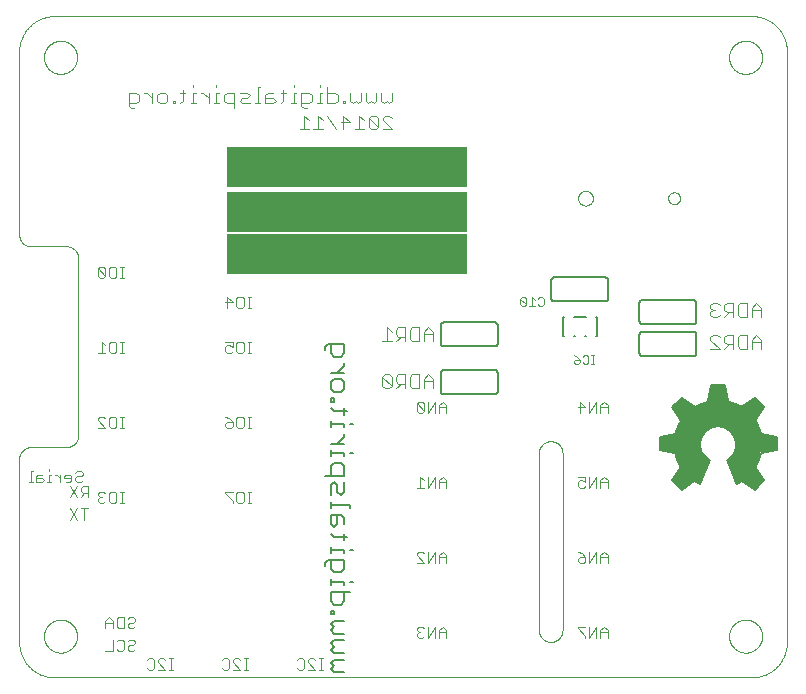
<source format=gbo>
G75*
%MOIN*%
%OFA0B0*%
%FSLAX25Y25*%
%IPPOS*%
%LPD*%
%AMOC8*
5,1,8,0,0,1.08239X$1,22.5*
%
%ADD10C,0.00000*%
%ADD11C,0.00400*%
%ADD12R,0.80000X0.13750*%
%ADD13C,0.00300*%
%ADD14C,0.00600*%
%ADD15C,0.00800*%
D10*
X0005500Y0014811D02*
X0005500Y0075835D01*
X0005502Y0075959D01*
X0005508Y0076082D01*
X0005517Y0076206D01*
X0005531Y0076328D01*
X0005548Y0076451D01*
X0005570Y0076573D01*
X0005595Y0076694D01*
X0005624Y0076814D01*
X0005656Y0076933D01*
X0005693Y0077052D01*
X0005733Y0077169D01*
X0005776Y0077284D01*
X0005824Y0077399D01*
X0005875Y0077511D01*
X0005929Y0077622D01*
X0005987Y0077732D01*
X0006048Y0077839D01*
X0006113Y0077945D01*
X0006181Y0078048D01*
X0006252Y0078149D01*
X0006326Y0078248D01*
X0006403Y0078345D01*
X0006484Y0078439D01*
X0006567Y0078530D01*
X0006653Y0078619D01*
X0006742Y0078705D01*
X0006833Y0078788D01*
X0006927Y0078869D01*
X0007024Y0078946D01*
X0007123Y0079020D01*
X0007224Y0079091D01*
X0007327Y0079159D01*
X0007433Y0079224D01*
X0007540Y0079285D01*
X0007650Y0079343D01*
X0007761Y0079397D01*
X0007873Y0079448D01*
X0007988Y0079496D01*
X0008103Y0079539D01*
X0008220Y0079579D01*
X0008339Y0079616D01*
X0008458Y0079648D01*
X0008578Y0079677D01*
X0008699Y0079702D01*
X0008821Y0079724D01*
X0008944Y0079741D01*
X0009066Y0079755D01*
X0009190Y0079764D01*
X0009313Y0079770D01*
X0009437Y0079772D01*
X0021248Y0079772D01*
X0021372Y0079774D01*
X0021495Y0079780D01*
X0021619Y0079789D01*
X0021741Y0079803D01*
X0021864Y0079820D01*
X0021986Y0079842D01*
X0022107Y0079867D01*
X0022227Y0079896D01*
X0022346Y0079928D01*
X0022465Y0079965D01*
X0022582Y0080005D01*
X0022697Y0080048D01*
X0022812Y0080096D01*
X0022924Y0080147D01*
X0023035Y0080201D01*
X0023145Y0080259D01*
X0023252Y0080320D01*
X0023358Y0080385D01*
X0023461Y0080453D01*
X0023562Y0080524D01*
X0023661Y0080598D01*
X0023758Y0080675D01*
X0023852Y0080756D01*
X0023943Y0080839D01*
X0024032Y0080925D01*
X0024118Y0081014D01*
X0024201Y0081105D01*
X0024282Y0081199D01*
X0024359Y0081296D01*
X0024433Y0081395D01*
X0024504Y0081496D01*
X0024572Y0081599D01*
X0024637Y0081705D01*
X0024698Y0081812D01*
X0024756Y0081922D01*
X0024810Y0082033D01*
X0024861Y0082145D01*
X0024909Y0082260D01*
X0024952Y0082375D01*
X0024992Y0082492D01*
X0025029Y0082611D01*
X0025061Y0082730D01*
X0025090Y0082850D01*
X0025115Y0082971D01*
X0025137Y0083093D01*
X0025154Y0083216D01*
X0025168Y0083338D01*
X0025177Y0083462D01*
X0025183Y0083585D01*
X0025185Y0083709D01*
X0025185Y0142764D01*
X0025183Y0142888D01*
X0025177Y0143011D01*
X0025168Y0143135D01*
X0025154Y0143257D01*
X0025137Y0143380D01*
X0025115Y0143502D01*
X0025090Y0143623D01*
X0025061Y0143743D01*
X0025029Y0143862D01*
X0024992Y0143981D01*
X0024952Y0144098D01*
X0024909Y0144213D01*
X0024861Y0144328D01*
X0024810Y0144440D01*
X0024756Y0144551D01*
X0024698Y0144661D01*
X0024637Y0144768D01*
X0024572Y0144874D01*
X0024504Y0144977D01*
X0024433Y0145078D01*
X0024359Y0145177D01*
X0024282Y0145274D01*
X0024201Y0145368D01*
X0024118Y0145459D01*
X0024032Y0145548D01*
X0023943Y0145634D01*
X0023852Y0145717D01*
X0023758Y0145798D01*
X0023661Y0145875D01*
X0023562Y0145949D01*
X0023461Y0146020D01*
X0023358Y0146088D01*
X0023252Y0146153D01*
X0023145Y0146214D01*
X0023035Y0146272D01*
X0022924Y0146326D01*
X0022812Y0146377D01*
X0022697Y0146425D01*
X0022582Y0146468D01*
X0022465Y0146508D01*
X0022346Y0146545D01*
X0022227Y0146577D01*
X0022107Y0146606D01*
X0021986Y0146631D01*
X0021864Y0146653D01*
X0021741Y0146670D01*
X0021619Y0146684D01*
X0021495Y0146693D01*
X0021372Y0146699D01*
X0021248Y0146701D01*
X0009437Y0146701D01*
X0009313Y0146703D01*
X0009190Y0146709D01*
X0009066Y0146718D01*
X0008944Y0146732D01*
X0008821Y0146749D01*
X0008699Y0146771D01*
X0008578Y0146796D01*
X0008458Y0146825D01*
X0008339Y0146857D01*
X0008220Y0146894D01*
X0008103Y0146934D01*
X0007988Y0146977D01*
X0007873Y0147025D01*
X0007761Y0147076D01*
X0007650Y0147130D01*
X0007540Y0147188D01*
X0007433Y0147249D01*
X0007327Y0147314D01*
X0007224Y0147382D01*
X0007123Y0147453D01*
X0007024Y0147527D01*
X0006927Y0147604D01*
X0006833Y0147685D01*
X0006742Y0147768D01*
X0006653Y0147854D01*
X0006567Y0147943D01*
X0006484Y0148034D01*
X0006403Y0148128D01*
X0006326Y0148225D01*
X0006252Y0148324D01*
X0006181Y0148425D01*
X0006113Y0148528D01*
X0006048Y0148634D01*
X0005987Y0148741D01*
X0005929Y0148851D01*
X0005875Y0148962D01*
X0005824Y0149074D01*
X0005776Y0149189D01*
X0005733Y0149304D01*
X0005693Y0149421D01*
X0005656Y0149540D01*
X0005624Y0149659D01*
X0005595Y0149779D01*
X0005570Y0149900D01*
X0005548Y0150022D01*
X0005531Y0150145D01*
X0005517Y0150267D01*
X0005508Y0150391D01*
X0005502Y0150514D01*
X0005500Y0150638D01*
X0005500Y0211661D01*
X0005503Y0211946D01*
X0005514Y0212232D01*
X0005531Y0212517D01*
X0005555Y0212801D01*
X0005586Y0213085D01*
X0005624Y0213368D01*
X0005669Y0213649D01*
X0005720Y0213930D01*
X0005778Y0214210D01*
X0005843Y0214488D01*
X0005915Y0214764D01*
X0005993Y0215038D01*
X0006078Y0215311D01*
X0006170Y0215581D01*
X0006268Y0215849D01*
X0006372Y0216115D01*
X0006483Y0216378D01*
X0006600Y0216638D01*
X0006723Y0216896D01*
X0006853Y0217150D01*
X0006989Y0217401D01*
X0007130Y0217649D01*
X0007278Y0217893D01*
X0007431Y0218134D01*
X0007591Y0218370D01*
X0007756Y0218603D01*
X0007926Y0218832D01*
X0008102Y0219057D01*
X0008284Y0219277D01*
X0008470Y0219493D01*
X0008662Y0219704D01*
X0008859Y0219911D01*
X0009061Y0220113D01*
X0009268Y0220310D01*
X0009479Y0220502D01*
X0009695Y0220688D01*
X0009915Y0220870D01*
X0010140Y0221046D01*
X0010369Y0221216D01*
X0010602Y0221381D01*
X0010838Y0221541D01*
X0011079Y0221694D01*
X0011323Y0221842D01*
X0011571Y0221983D01*
X0011822Y0222119D01*
X0012076Y0222249D01*
X0012334Y0222372D01*
X0012594Y0222489D01*
X0012857Y0222600D01*
X0013123Y0222704D01*
X0013391Y0222802D01*
X0013661Y0222894D01*
X0013934Y0222979D01*
X0014208Y0223057D01*
X0014484Y0223129D01*
X0014762Y0223194D01*
X0015042Y0223252D01*
X0015323Y0223303D01*
X0015604Y0223348D01*
X0015887Y0223386D01*
X0016171Y0223417D01*
X0016455Y0223441D01*
X0016740Y0223458D01*
X0017026Y0223469D01*
X0017311Y0223472D01*
X0249594Y0223472D01*
X0249879Y0223469D01*
X0250165Y0223458D01*
X0250450Y0223441D01*
X0250734Y0223417D01*
X0251018Y0223386D01*
X0251301Y0223348D01*
X0251582Y0223303D01*
X0251863Y0223252D01*
X0252143Y0223194D01*
X0252421Y0223129D01*
X0252697Y0223057D01*
X0252971Y0222979D01*
X0253244Y0222894D01*
X0253514Y0222802D01*
X0253782Y0222704D01*
X0254048Y0222600D01*
X0254311Y0222489D01*
X0254571Y0222372D01*
X0254829Y0222249D01*
X0255083Y0222119D01*
X0255334Y0221983D01*
X0255582Y0221842D01*
X0255826Y0221694D01*
X0256067Y0221541D01*
X0256303Y0221381D01*
X0256536Y0221216D01*
X0256765Y0221046D01*
X0256990Y0220870D01*
X0257210Y0220688D01*
X0257426Y0220502D01*
X0257637Y0220310D01*
X0257844Y0220113D01*
X0258046Y0219911D01*
X0258243Y0219704D01*
X0258435Y0219493D01*
X0258621Y0219277D01*
X0258803Y0219057D01*
X0258979Y0218832D01*
X0259149Y0218603D01*
X0259314Y0218370D01*
X0259474Y0218134D01*
X0259627Y0217893D01*
X0259775Y0217649D01*
X0259916Y0217401D01*
X0260052Y0217150D01*
X0260182Y0216896D01*
X0260305Y0216638D01*
X0260422Y0216378D01*
X0260533Y0216115D01*
X0260637Y0215849D01*
X0260735Y0215581D01*
X0260827Y0215311D01*
X0260912Y0215038D01*
X0260990Y0214764D01*
X0261062Y0214488D01*
X0261127Y0214210D01*
X0261185Y0213930D01*
X0261236Y0213649D01*
X0261281Y0213368D01*
X0261319Y0213085D01*
X0261350Y0212801D01*
X0261374Y0212517D01*
X0261391Y0212232D01*
X0261402Y0211946D01*
X0261405Y0211661D01*
X0261406Y0211661D02*
X0261406Y0014811D01*
X0261405Y0014811D02*
X0261402Y0014526D01*
X0261391Y0014240D01*
X0261374Y0013955D01*
X0261350Y0013671D01*
X0261319Y0013387D01*
X0261281Y0013104D01*
X0261236Y0012823D01*
X0261185Y0012542D01*
X0261127Y0012262D01*
X0261062Y0011984D01*
X0260990Y0011708D01*
X0260912Y0011434D01*
X0260827Y0011161D01*
X0260735Y0010891D01*
X0260637Y0010623D01*
X0260533Y0010357D01*
X0260422Y0010094D01*
X0260305Y0009834D01*
X0260182Y0009576D01*
X0260052Y0009322D01*
X0259916Y0009071D01*
X0259775Y0008823D01*
X0259627Y0008579D01*
X0259474Y0008338D01*
X0259314Y0008102D01*
X0259149Y0007869D01*
X0258979Y0007640D01*
X0258803Y0007415D01*
X0258621Y0007195D01*
X0258435Y0006979D01*
X0258243Y0006768D01*
X0258046Y0006561D01*
X0257844Y0006359D01*
X0257637Y0006162D01*
X0257426Y0005970D01*
X0257210Y0005784D01*
X0256990Y0005602D01*
X0256765Y0005426D01*
X0256536Y0005256D01*
X0256303Y0005091D01*
X0256067Y0004931D01*
X0255826Y0004778D01*
X0255582Y0004630D01*
X0255334Y0004489D01*
X0255083Y0004353D01*
X0254829Y0004223D01*
X0254571Y0004100D01*
X0254311Y0003983D01*
X0254048Y0003872D01*
X0253782Y0003768D01*
X0253514Y0003670D01*
X0253244Y0003578D01*
X0252971Y0003493D01*
X0252697Y0003415D01*
X0252421Y0003343D01*
X0252143Y0003278D01*
X0251863Y0003220D01*
X0251582Y0003169D01*
X0251301Y0003124D01*
X0251018Y0003086D01*
X0250734Y0003055D01*
X0250450Y0003031D01*
X0250165Y0003014D01*
X0249879Y0003003D01*
X0249594Y0003000D01*
X0017311Y0003000D01*
X0017026Y0003003D01*
X0016740Y0003014D01*
X0016455Y0003031D01*
X0016171Y0003055D01*
X0015887Y0003086D01*
X0015604Y0003124D01*
X0015323Y0003169D01*
X0015042Y0003220D01*
X0014762Y0003278D01*
X0014484Y0003343D01*
X0014208Y0003415D01*
X0013934Y0003493D01*
X0013661Y0003578D01*
X0013391Y0003670D01*
X0013123Y0003768D01*
X0012857Y0003872D01*
X0012594Y0003983D01*
X0012334Y0004100D01*
X0012076Y0004223D01*
X0011822Y0004353D01*
X0011571Y0004489D01*
X0011323Y0004630D01*
X0011079Y0004778D01*
X0010838Y0004931D01*
X0010602Y0005091D01*
X0010369Y0005256D01*
X0010140Y0005426D01*
X0009915Y0005602D01*
X0009695Y0005784D01*
X0009479Y0005970D01*
X0009268Y0006162D01*
X0009061Y0006359D01*
X0008859Y0006561D01*
X0008662Y0006768D01*
X0008470Y0006979D01*
X0008284Y0007195D01*
X0008102Y0007415D01*
X0007926Y0007640D01*
X0007756Y0007869D01*
X0007591Y0008102D01*
X0007431Y0008338D01*
X0007278Y0008579D01*
X0007130Y0008823D01*
X0006989Y0009071D01*
X0006853Y0009322D01*
X0006723Y0009576D01*
X0006600Y0009834D01*
X0006483Y0010094D01*
X0006372Y0010357D01*
X0006268Y0010623D01*
X0006170Y0010891D01*
X0006078Y0011161D01*
X0005993Y0011434D01*
X0005915Y0011708D01*
X0005843Y0011984D01*
X0005778Y0012262D01*
X0005720Y0012542D01*
X0005669Y0012823D01*
X0005624Y0013104D01*
X0005586Y0013387D01*
X0005555Y0013671D01*
X0005531Y0013955D01*
X0005514Y0014240D01*
X0005503Y0014526D01*
X0005500Y0014811D01*
X0013768Y0016780D02*
X0013770Y0016928D01*
X0013776Y0017076D01*
X0013786Y0017224D01*
X0013800Y0017371D01*
X0013818Y0017518D01*
X0013839Y0017664D01*
X0013865Y0017810D01*
X0013895Y0017955D01*
X0013928Y0018099D01*
X0013966Y0018242D01*
X0014007Y0018384D01*
X0014052Y0018525D01*
X0014100Y0018665D01*
X0014153Y0018804D01*
X0014209Y0018941D01*
X0014269Y0019076D01*
X0014332Y0019210D01*
X0014399Y0019342D01*
X0014470Y0019472D01*
X0014544Y0019600D01*
X0014621Y0019726D01*
X0014702Y0019850D01*
X0014786Y0019972D01*
X0014873Y0020091D01*
X0014964Y0020208D01*
X0015058Y0020323D01*
X0015154Y0020435D01*
X0015254Y0020545D01*
X0015356Y0020651D01*
X0015462Y0020755D01*
X0015570Y0020856D01*
X0015681Y0020954D01*
X0015794Y0021050D01*
X0015910Y0021142D01*
X0016028Y0021231D01*
X0016149Y0021316D01*
X0016272Y0021399D01*
X0016397Y0021478D01*
X0016524Y0021554D01*
X0016653Y0021626D01*
X0016784Y0021695D01*
X0016917Y0021760D01*
X0017052Y0021821D01*
X0017188Y0021879D01*
X0017325Y0021934D01*
X0017464Y0021984D01*
X0017605Y0022031D01*
X0017746Y0022074D01*
X0017889Y0022114D01*
X0018033Y0022149D01*
X0018177Y0022181D01*
X0018323Y0022208D01*
X0018469Y0022232D01*
X0018616Y0022252D01*
X0018763Y0022268D01*
X0018910Y0022280D01*
X0019058Y0022288D01*
X0019206Y0022292D01*
X0019354Y0022292D01*
X0019502Y0022288D01*
X0019650Y0022280D01*
X0019797Y0022268D01*
X0019944Y0022252D01*
X0020091Y0022232D01*
X0020237Y0022208D01*
X0020383Y0022181D01*
X0020527Y0022149D01*
X0020671Y0022114D01*
X0020814Y0022074D01*
X0020955Y0022031D01*
X0021096Y0021984D01*
X0021235Y0021934D01*
X0021372Y0021879D01*
X0021508Y0021821D01*
X0021643Y0021760D01*
X0021776Y0021695D01*
X0021907Y0021626D01*
X0022036Y0021554D01*
X0022163Y0021478D01*
X0022288Y0021399D01*
X0022411Y0021316D01*
X0022532Y0021231D01*
X0022650Y0021142D01*
X0022766Y0021050D01*
X0022879Y0020954D01*
X0022990Y0020856D01*
X0023098Y0020755D01*
X0023204Y0020651D01*
X0023306Y0020545D01*
X0023406Y0020435D01*
X0023502Y0020323D01*
X0023596Y0020208D01*
X0023687Y0020091D01*
X0023774Y0019972D01*
X0023858Y0019850D01*
X0023939Y0019726D01*
X0024016Y0019600D01*
X0024090Y0019472D01*
X0024161Y0019342D01*
X0024228Y0019210D01*
X0024291Y0019076D01*
X0024351Y0018941D01*
X0024407Y0018804D01*
X0024460Y0018665D01*
X0024508Y0018525D01*
X0024553Y0018384D01*
X0024594Y0018242D01*
X0024632Y0018099D01*
X0024665Y0017955D01*
X0024695Y0017810D01*
X0024721Y0017664D01*
X0024742Y0017518D01*
X0024760Y0017371D01*
X0024774Y0017224D01*
X0024784Y0017076D01*
X0024790Y0016928D01*
X0024792Y0016780D01*
X0024790Y0016632D01*
X0024784Y0016484D01*
X0024774Y0016336D01*
X0024760Y0016189D01*
X0024742Y0016042D01*
X0024721Y0015896D01*
X0024695Y0015750D01*
X0024665Y0015605D01*
X0024632Y0015461D01*
X0024594Y0015318D01*
X0024553Y0015176D01*
X0024508Y0015035D01*
X0024460Y0014895D01*
X0024407Y0014756D01*
X0024351Y0014619D01*
X0024291Y0014484D01*
X0024228Y0014350D01*
X0024161Y0014218D01*
X0024090Y0014088D01*
X0024016Y0013960D01*
X0023939Y0013834D01*
X0023858Y0013710D01*
X0023774Y0013588D01*
X0023687Y0013469D01*
X0023596Y0013352D01*
X0023502Y0013237D01*
X0023406Y0013125D01*
X0023306Y0013015D01*
X0023204Y0012909D01*
X0023098Y0012805D01*
X0022990Y0012704D01*
X0022879Y0012606D01*
X0022766Y0012510D01*
X0022650Y0012418D01*
X0022532Y0012329D01*
X0022411Y0012244D01*
X0022288Y0012161D01*
X0022163Y0012082D01*
X0022036Y0012006D01*
X0021907Y0011934D01*
X0021776Y0011865D01*
X0021643Y0011800D01*
X0021508Y0011739D01*
X0021372Y0011681D01*
X0021235Y0011626D01*
X0021096Y0011576D01*
X0020955Y0011529D01*
X0020814Y0011486D01*
X0020671Y0011446D01*
X0020527Y0011411D01*
X0020383Y0011379D01*
X0020237Y0011352D01*
X0020091Y0011328D01*
X0019944Y0011308D01*
X0019797Y0011292D01*
X0019650Y0011280D01*
X0019502Y0011272D01*
X0019354Y0011268D01*
X0019206Y0011268D01*
X0019058Y0011272D01*
X0018910Y0011280D01*
X0018763Y0011292D01*
X0018616Y0011308D01*
X0018469Y0011328D01*
X0018323Y0011352D01*
X0018177Y0011379D01*
X0018033Y0011411D01*
X0017889Y0011446D01*
X0017746Y0011486D01*
X0017605Y0011529D01*
X0017464Y0011576D01*
X0017325Y0011626D01*
X0017188Y0011681D01*
X0017052Y0011739D01*
X0016917Y0011800D01*
X0016784Y0011865D01*
X0016653Y0011934D01*
X0016524Y0012006D01*
X0016397Y0012082D01*
X0016272Y0012161D01*
X0016149Y0012244D01*
X0016028Y0012329D01*
X0015910Y0012418D01*
X0015794Y0012510D01*
X0015681Y0012606D01*
X0015570Y0012704D01*
X0015462Y0012805D01*
X0015356Y0012909D01*
X0015254Y0013015D01*
X0015154Y0013125D01*
X0015058Y0013237D01*
X0014964Y0013352D01*
X0014873Y0013469D01*
X0014786Y0013588D01*
X0014702Y0013710D01*
X0014621Y0013834D01*
X0014544Y0013960D01*
X0014470Y0014088D01*
X0014399Y0014218D01*
X0014332Y0014350D01*
X0014269Y0014484D01*
X0014209Y0014619D01*
X0014153Y0014756D01*
X0014100Y0014895D01*
X0014052Y0015035D01*
X0014007Y0015176D01*
X0013966Y0015318D01*
X0013928Y0015461D01*
X0013895Y0015605D01*
X0013865Y0015750D01*
X0013839Y0015896D01*
X0013818Y0016042D01*
X0013800Y0016189D01*
X0013786Y0016336D01*
X0013776Y0016484D01*
X0013770Y0016632D01*
X0013768Y0016780D01*
X0178728Y0018787D02*
X0178728Y0077803D01*
X0178730Y0077927D01*
X0178736Y0078050D01*
X0178745Y0078174D01*
X0178759Y0078296D01*
X0178776Y0078419D01*
X0178798Y0078541D01*
X0178823Y0078662D01*
X0178852Y0078782D01*
X0178884Y0078901D01*
X0178921Y0079020D01*
X0178961Y0079137D01*
X0179004Y0079252D01*
X0179052Y0079367D01*
X0179103Y0079479D01*
X0179157Y0079590D01*
X0179215Y0079700D01*
X0179276Y0079807D01*
X0179341Y0079913D01*
X0179409Y0080016D01*
X0179480Y0080117D01*
X0179554Y0080216D01*
X0179631Y0080313D01*
X0179712Y0080407D01*
X0179795Y0080498D01*
X0179881Y0080587D01*
X0179970Y0080673D01*
X0180061Y0080756D01*
X0180155Y0080837D01*
X0180252Y0080914D01*
X0180351Y0080988D01*
X0180452Y0081059D01*
X0180555Y0081127D01*
X0180661Y0081192D01*
X0180768Y0081253D01*
X0180878Y0081311D01*
X0180989Y0081365D01*
X0181101Y0081416D01*
X0181216Y0081464D01*
X0181331Y0081507D01*
X0181448Y0081547D01*
X0181567Y0081584D01*
X0181686Y0081616D01*
X0181806Y0081645D01*
X0181927Y0081670D01*
X0182049Y0081692D01*
X0182172Y0081709D01*
X0182294Y0081723D01*
X0182418Y0081732D01*
X0182541Y0081738D01*
X0182665Y0081740D01*
X0182789Y0081738D01*
X0182912Y0081732D01*
X0183036Y0081723D01*
X0183158Y0081709D01*
X0183281Y0081692D01*
X0183403Y0081670D01*
X0183524Y0081645D01*
X0183644Y0081616D01*
X0183763Y0081584D01*
X0183882Y0081547D01*
X0183999Y0081507D01*
X0184114Y0081464D01*
X0184229Y0081416D01*
X0184341Y0081365D01*
X0184452Y0081311D01*
X0184562Y0081253D01*
X0184669Y0081192D01*
X0184775Y0081127D01*
X0184878Y0081059D01*
X0184979Y0080988D01*
X0185078Y0080914D01*
X0185175Y0080837D01*
X0185269Y0080756D01*
X0185360Y0080673D01*
X0185449Y0080587D01*
X0185535Y0080498D01*
X0185618Y0080407D01*
X0185699Y0080313D01*
X0185776Y0080216D01*
X0185850Y0080117D01*
X0185921Y0080016D01*
X0185989Y0079913D01*
X0186054Y0079807D01*
X0186115Y0079700D01*
X0186173Y0079590D01*
X0186227Y0079479D01*
X0186278Y0079367D01*
X0186326Y0079252D01*
X0186369Y0079137D01*
X0186409Y0079020D01*
X0186446Y0078901D01*
X0186478Y0078782D01*
X0186507Y0078662D01*
X0186532Y0078541D01*
X0186554Y0078419D01*
X0186571Y0078296D01*
X0186585Y0078174D01*
X0186594Y0078050D01*
X0186600Y0077927D01*
X0186602Y0077803D01*
X0186602Y0018787D01*
X0186600Y0018663D01*
X0186594Y0018540D01*
X0186585Y0018416D01*
X0186571Y0018294D01*
X0186554Y0018171D01*
X0186532Y0018049D01*
X0186507Y0017928D01*
X0186478Y0017808D01*
X0186446Y0017689D01*
X0186409Y0017570D01*
X0186369Y0017453D01*
X0186326Y0017338D01*
X0186278Y0017223D01*
X0186227Y0017111D01*
X0186173Y0017000D01*
X0186115Y0016890D01*
X0186054Y0016783D01*
X0185989Y0016677D01*
X0185921Y0016574D01*
X0185850Y0016473D01*
X0185776Y0016374D01*
X0185699Y0016277D01*
X0185618Y0016183D01*
X0185535Y0016092D01*
X0185449Y0016003D01*
X0185360Y0015917D01*
X0185269Y0015834D01*
X0185175Y0015753D01*
X0185078Y0015676D01*
X0184979Y0015602D01*
X0184878Y0015531D01*
X0184775Y0015463D01*
X0184669Y0015398D01*
X0184562Y0015337D01*
X0184452Y0015279D01*
X0184341Y0015225D01*
X0184229Y0015174D01*
X0184114Y0015126D01*
X0183999Y0015083D01*
X0183882Y0015043D01*
X0183763Y0015006D01*
X0183644Y0014974D01*
X0183524Y0014945D01*
X0183403Y0014920D01*
X0183281Y0014898D01*
X0183158Y0014881D01*
X0183036Y0014867D01*
X0182912Y0014858D01*
X0182789Y0014852D01*
X0182665Y0014850D01*
X0182541Y0014852D01*
X0182418Y0014858D01*
X0182294Y0014867D01*
X0182172Y0014881D01*
X0182049Y0014898D01*
X0181927Y0014920D01*
X0181806Y0014945D01*
X0181686Y0014974D01*
X0181567Y0015006D01*
X0181448Y0015043D01*
X0181331Y0015083D01*
X0181216Y0015126D01*
X0181101Y0015174D01*
X0180989Y0015225D01*
X0180878Y0015279D01*
X0180768Y0015337D01*
X0180661Y0015398D01*
X0180555Y0015463D01*
X0180452Y0015531D01*
X0180351Y0015602D01*
X0180252Y0015676D01*
X0180155Y0015753D01*
X0180061Y0015834D01*
X0179970Y0015917D01*
X0179881Y0016003D01*
X0179795Y0016092D01*
X0179712Y0016183D01*
X0179631Y0016277D01*
X0179554Y0016374D01*
X0179480Y0016473D01*
X0179409Y0016574D01*
X0179341Y0016677D01*
X0179276Y0016783D01*
X0179215Y0016890D01*
X0179157Y0017000D01*
X0179103Y0017111D01*
X0179052Y0017223D01*
X0179004Y0017338D01*
X0178961Y0017453D01*
X0178921Y0017570D01*
X0178884Y0017689D01*
X0178852Y0017808D01*
X0178823Y0017928D01*
X0178798Y0018049D01*
X0178776Y0018171D01*
X0178759Y0018294D01*
X0178745Y0018416D01*
X0178736Y0018540D01*
X0178730Y0018663D01*
X0178728Y0018787D01*
X0242114Y0016780D02*
X0242116Y0016928D01*
X0242122Y0017076D01*
X0242132Y0017224D01*
X0242146Y0017371D01*
X0242164Y0017518D01*
X0242185Y0017664D01*
X0242211Y0017810D01*
X0242241Y0017955D01*
X0242274Y0018099D01*
X0242312Y0018242D01*
X0242353Y0018384D01*
X0242398Y0018525D01*
X0242446Y0018665D01*
X0242499Y0018804D01*
X0242555Y0018941D01*
X0242615Y0019076D01*
X0242678Y0019210D01*
X0242745Y0019342D01*
X0242816Y0019472D01*
X0242890Y0019600D01*
X0242967Y0019726D01*
X0243048Y0019850D01*
X0243132Y0019972D01*
X0243219Y0020091D01*
X0243310Y0020208D01*
X0243404Y0020323D01*
X0243500Y0020435D01*
X0243600Y0020545D01*
X0243702Y0020651D01*
X0243808Y0020755D01*
X0243916Y0020856D01*
X0244027Y0020954D01*
X0244140Y0021050D01*
X0244256Y0021142D01*
X0244374Y0021231D01*
X0244495Y0021316D01*
X0244618Y0021399D01*
X0244743Y0021478D01*
X0244870Y0021554D01*
X0244999Y0021626D01*
X0245130Y0021695D01*
X0245263Y0021760D01*
X0245398Y0021821D01*
X0245534Y0021879D01*
X0245671Y0021934D01*
X0245810Y0021984D01*
X0245951Y0022031D01*
X0246092Y0022074D01*
X0246235Y0022114D01*
X0246379Y0022149D01*
X0246523Y0022181D01*
X0246669Y0022208D01*
X0246815Y0022232D01*
X0246962Y0022252D01*
X0247109Y0022268D01*
X0247256Y0022280D01*
X0247404Y0022288D01*
X0247552Y0022292D01*
X0247700Y0022292D01*
X0247848Y0022288D01*
X0247996Y0022280D01*
X0248143Y0022268D01*
X0248290Y0022252D01*
X0248437Y0022232D01*
X0248583Y0022208D01*
X0248729Y0022181D01*
X0248873Y0022149D01*
X0249017Y0022114D01*
X0249160Y0022074D01*
X0249301Y0022031D01*
X0249442Y0021984D01*
X0249581Y0021934D01*
X0249718Y0021879D01*
X0249854Y0021821D01*
X0249989Y0021760D01*
X0250122Y0021695D01*
X0250253Y0021626D01*
X0250382Y0021554D01*
X0250509Y0021478D01*
X0250634Y0021399D01*
X0250757Y0021316D01*
X0250878Y0021231D01*
X0250996Y0021142D01*
X0251112Y0021050D01*
X0251225Y0020954D01*
X0251336Y0020856D01*
X0251444Y0020755D01*
X0251550Y0020651D01*
X0251652Y0020545D01*
X0251752Y0020435D01*
X0251848Y0020323D01*
X0251942Y0020208D01*
X0252033Y0020091D01*
X0252120Y0019972D01*
X0252204Y0019850D01*
X0252285Y0019726D01*
X0252362Y0019600D01*
X0252436Y0019472D01*
X0252507Y0019342D01*
X0252574Y0019210D01*
X0252637Y0019076D01*
X0252697Y0018941D01*
X0252753Y0018804D01*
X0252806Y0018665D01*
X0252854Y0018525D01*
X0252899Y0018384D01*
X0252940Y0018242D01*
X0252978Y0018099D01*
X0253011Y0017955D01*
X0253041Y0017810D01*
X0253067Y0017664D01*
X0253088Y0017518D01*
X0253106Y0017371D01*
X0253120Y0017224D01*
X0253130Y0017076D01*
X0253136Y0016928D01*
X0253138Y0016780D01*
X0253136Y0016632D01*
X0253130Y0016484D01*
X0253120Y0016336D01*
X0253106Y0016189D01*
X0253088Y0016042D01*
X0253067Y0015896D01*
X0253041Y0015750D01*
X0253011Y0015605D01*
X0252978Y0015461D01*
X0252940Y0015318D01*
X0252899Y0015176D01*
X0252854Y0015035D01*
X0252806Y0014895D01*
X0252753Y0014756D01*
X0252697Y0014619D01*
X0252637Y0014484D01*
X0252574Y0014350D01*
X0252507Y0014218D01*
X0252436Y0014088D01*
X0252362Y0013960D01*
X0252285Y0013834D01*
X0252204Y0013710D01*
X0252120Y0013588D01*
X0252033Y0013469D01*
X0251942Y0013352D01*
X0251848Y0013237D01*
X0251752Y0013125D01*
X0251652Y0013015D01*
X0251550Y0012909D01*
X0251444Y0012805D01*
X0251336Y0012704D01*
X0251225Y0012606D01*
X0251112Y0012510D01*
X0250996Y0012418D01*
X0250878Y0012329D01*
X0250757Y0012244D01*
X0250634Y0012161D01*
X0250509Y0012082D01*
X0250382Y0012006D01*
X0250253Y0011934D01*
X0250122Y0011865D01*
X0249989Y0011800D01*
X0249854Y0011739D01*
X0249718Y0011681D01*
X0249581Y0011626D01*
X0249442Y0011576D01*
X0249301Y0011529D01*
X0249160Y0011486D01*
X0249017Y0011446D01*
X0248873Y0011411D01*
X0248729Y0011379D01*
X0248583Y0011352D01*
X0248437Y0011328D01*
X0248290Y0011308D01*
X0248143Y0011292D01*
X0247996Y0011280D01*
X0247848Y0011272D01*
X0247700Y0011268D01*
X0247552Y0011268D01*
X0247404Y0011272D01*
X0247256Y0011280D01*
X0247109Y0011292D01*
X0246962Y0011308D01*
X0246815Y0011328D01*
X0246669Y0011352D01*
X0246523Y0011379D01*
X0246379Y0011411D01*
X0246235Y0011446D01*
X0246092Y0011486D01*
X0245951Y0011529D01*
X0245810Y0011576D01*
X0245671Y0011626D01*
X0245534Y0011681D01*
X0245398Y0011739D01*
X0245263Y0011800D01*
X0245130Y0011865D01*
X0244999Y0011934D01*
X0244870Y0012006D01*
X0244743Y0012082D01*
X0244618Y0012161D01*
X0244495Y0012244D01*
X0244374Y0012329D01*
X0244256Y0012418D01*
X0244140Y0012510D01*
X0244027Y0012606D01*
X0243916Y0012704D01*
X0243808Y0012805D01*
X0243702Y0012909D01*
X0243600Y0013015D01*
X0243500Y0013125D01*
X0243404Y0013237D01*
X0243310Y0013352D01*
X0243219Y0013469D01*
X0243132Y0013588D01*
X0243048Y0013710D01*
X0242967Y0013834D01*
X0242890Y0013960D01*
X0242816Y0014088D01*
X0242745Y0014218D01*
X0242678Y0014350D01*
X0242615Y0014484D01*
X0242555Y0014619D01*
X0242499Y0014756D01*
X0242446Y0014895D01*
X0242398Y0015035D01*
X0242353Y0015176D01*
X0242312Y0015318D01*
X0242274Y0015461D01*
X0242241Y0015605D01*
X0242211Y0015750D01*
X0242185Y0015896D01*
X0242164Y0016042D01*
X0242146Y0016189D01*
X0242132Y0016336D01*
X0242122Y0016484D01*
X0242116Y0016632D01*
X0242114Y0016780D01*
X0221828Y0162754D02*
X0221830Y0162842D01*
X0221836Y0162930D01*
X0221846Y0163018D01*
X0221860Y0163106D01*
X0221877Y0163192D01*
X0221899Y0163278D01*
X0221924Y0163362D01*
X0221954Y0163446D01*
X0221986Y0163528D01*
X0222023Y0163608D01*
X0222063Y0163687D01*
X0222107Y0163764D01*
X0222154Y0163839D01*
X0222204Y0163911D01*
X0222258Y0163982D01*
X0222314Y0164049D01*
X0222374Y0164115D01*
X0222436Y0164177D01*
X0222502Y0164237D01*
X0222569Y0164293D01*
X0222640Y0164347D01*
X0222712Y0164397D01*
X0222787Y0164444D01*
X0222864Y0164488D01*
X0222943Y0164528D01*
X0223023Y0164565D01*
X0223105Y0164597D01*
X0223189Y0164627D01*
X0223273Y0164652D01*
X0223359Y0164674D01*
X0223445Y0164691D01*
X0223533Y0164705D01*
X0223621Y0164715D01*
X0223709Y0164721D01*
X0223797Y0164723D01*
X0223885Y0164721D01*
X0223973Y0164715D01*
X0224061Y0164705D01*
X0224149Y0164691D01*
X0224235Y0164674D01*
X0224321Y0164652D01*
X0224405Y0164627D01*
X0224489Y0164597D01*
X0224571Y0164565D01*
X0224651Y0164528D01*
X0224730Y0164488D01*
X0224807Y0164444D01*
X0224882Y0164397D01*
X0224954Y0164347D01*
X0225025Y0164293D01*
X0225092Y0164237D01*
X0225158Y0164177D01*
X0225220Y0164115D01*
X0225280Y0164049D01*
X0225336Y0163982D01*
X0225390Y0163911D01*
X0225440Y0163839D01*
X0225487Y0163764D01*
X0225531Y0163687D01*
X0225571Y0163608D01*
X0225608Y0163528D01*
X0225640Y0163446D01*
X0225670Y0163362D01*
X0225695Y0163278D01*
X0225717Y0163192D01*
X0225734Y0163106D01*
X0225748Y0163018D01*
X0225758Y0162930D01*
X0225764Y0162842D01*
X0225766Y0162754D01*
X0225764Y0162666D01*
X0225758Y0162578D01*
X0225748Y0162490D01*
X0225734Y0162402D01*
X0225717Y0162316D01*
X0225695Y0162230D01*
X0225670Y0162146D01*
X0225640Y0162062D01*
X0225608Y0161980D01*
X0225571Y0161900D01*
X0225531Y0161821D01*
X0225487Y0161744D01*
X0225440Y0161669D01*
X0225390Y0161597D01*
X0225336Y0161526D01*
X0225280Y0161459D01*
X0225220Y0161393D01*
X0225158Y0161331D01*
X0225092Y0161271D01*
X0225025Y0161215D01*
X0224954Y0161161D01*
X0224882Y0161111D01*
X0224807Y0161064D01*
X0224730Y0161020D01*
X0224651Y0160980D01*
X0224571Y0160943D01*
X0224489Y0160911D01*
X0224405Y0160881D01*
X0224321Y0160856D01*
X0224235Y0160834D01*
X0224149Y0160817D01*
X0224061Y0160803D01*
X0223973Y0160793D01*
X0223885Y0160787D01*
X0223797Y0160785D01*
X0223709Y0160787D01*
X0223621Y0160793D01*
X0223533Y0160803D01*
X0223445Y0160817D01*
X0223359Y0160834D01*
X0223273Y0160856D01*
X0223189Y0160881D01*
X0223105Y0160911D01*
X0223023Y0160943D01*
X0222943Y0160980D01*
X0222864Y0161020D01*
X0222787Y0161064D01*
X0222712Y0161111D01*
X0222640Y0161161D01*
X0222569Y0161215D01*
X0222502Y0161271D01*
X0222436Y0161331D01*
X0222374Y0161393D01*
X0222314Y0161459D01*
X0222258Y0161526D01*
X0222204Y0161597D01*
X0222154Y0161669D01*
X0222107Y0161744D01*
X0222063Y0161821D01*
X0222023Y0161900D01*
X0221986Y0161980D01*
X0221954Y0162062D01*
X0221924Y0162146D01*
X0221899Y0162230D01*
X0221877Y0162316D01*
X0221860Y0162402D01*
X0221846Y0162490D01*
X0221836Y0162578D01*
X0221830Y0162666D01*
X0221828Y0162754D01*
X0191809Y0162754D02*
X0191811Y0162853D01*
X0191817Y0162952D01*
X0191827Y0163051D01*
X0191841Y0163149D01*
X0191859Y0163246D01*
X0191881Y0163343D01*
X0191906Y0163439D01*
X0191936Y0163533D01*
X0191969Y0163627D01*
X0192006Y0163719D01*
X0192047Y0163809D01*
X0192091Y0163898D01*
X0192139Y0163984D01*
X0192190Y0164069D01*
X0192245Y0164152D01*
X0192303Y0164232D01*
X0192364Y0164310D01*
X0192428Y0164386D01*
X0192495Y0164459D01*
X0192565Y0164529D01*
X0192638Y0164596D01*
X0192714Y0164660D01*
X0192792Y0164721D01*
X0192872Y0164779D01*
X0192955Y0164834D01*
X0193039Y0164885D01*
X0193126Y0164933D01*
X0193215Y0164977D01*
X0193305Y0165018D01*
X0193397Y0165055D01*
X0193491Y0165088D01*
X0193585Y0165118D01*
X0193681Y0165143D01*
X0193778Y0165165D01*
X0193875Y0165183D01*
X0193973Y0165197D01*
X0194072Y0165207D01*
X0194171Y0165213D01*
X0194270Y0165215D01*
X0194369Y0165213D01*
X0194468Y0165207D01*
X0194567Y0165197D01*
X0194665Y0165183D01*
X0194762Y0165165D01*
X0194859Y0165143D01*
X0194955Y0165118D01*
X0195049Y0165088D01*
X0195143Y0165055D01*
X0195235Y0165018D01*
X0195325Y0164977D01*
X0195414Y0164933D01*
X0195500Y0164885D01*
X0195585Y0164834D01*
X0195668Y0164779D01*
X0195748Y0164721D01*
X0195826Y0164660D01*
X0195902Y0164596D01*
X0195975Y0164529D01*
X0196045Y0164459D01*
X0196112Y0164386D01*
X0196176Y0164310D01*
X0196237Y0164232D01*
X0196295Y0164152D01*
X0196350Y0164069D01*
X0196401Y0163985D01*
X0196449Y0163898D01*
X0196493Y0163809D01*
X0196534Y0163719D01*
X0196571Y0163627D01*
X0196604Y0163533D01*
X0196634Y0163439D01*
X0196659Y0163343D01*
X0196681Y0163246D01*
X0196699Y0163149D01*
X0196713Y0163051D01*
X0196723Y0162952D01*
X0196729Y0162853D01*
X0196731Y0162754D01*
X0196729Y0162655D01*
X0196723Y0162556D01*
X0196713Y0162457D01*
X0196699Y0162359D01*
X0196681Y0162262D01*
X0196659Y0162165D01*
X0196634Y0162069D01*
X0196604Y0161975D01*
X0196571Y0161881D01*
X0196534Y0161789D01*
X0196493Y0161699D01*
X0196449Y0161610D01*
X0196401Y0161524D01*
X0196350Y0161439D01*
X0196295Y0161356D01*
X0196237Y0161276D01*
X0196176Y0161198D01*
X0196112Y0161122D01*
X0196045Y0161049D01*
X0195975Y0160979D01*
X0195902Y0160912D01*
X0195826Y0160848D01*
X0195748Y0160787D01*
X0195668Y0160729D01*
X0195585Y0160674D01*
X0195501Y0160623D01*
X0195414Y0160575D01*
X0195325Y0160531D01*
X0195235Y0160490D01*
X0195143Y0160453D01*
X0195049Y0160420D01*
X0194955Y0160390D01*
X0194859Y0160365D01*
X0194762Y0160343D01*
X0194665Y0160325D01*
X0194567Y0160311D01*
X0194468Y0160301D01*
X0194369Y0160295D01*
X0194270Y0160293D01*
X0194171Y0160295D01*
X0194072Y0160301D01*
X0193973Y0160311D01*
X0193875Y0160325D01*
X0193778Y0160343D01*
X0193681Y0160365D01*
X0193585Y0160390D01*
X0193491Y0160420D01*
X0193397Y0160453D01*
X0193305Y0160490D01*
X0193215Y0160531D01*
X0193126Y0160575D01*
X0193040Y0160623D01*
X0192955Y0160674D01*
X0192872Y0160729D01*
X0192792Y0160787D01*
X0192714Y0160848D01*
X0192638Y0160912D01*
X0192565Y0160979D01*
X0192495Y0161049D01*
X0192428Y0161122D01*
X0192364Y0161198D01*
X0192303Y0161276D01*
X0192245Y0161356D01*
X0192190Y0161439D01*
X0192139Y0161523D01*
X0192091Y0161610D01*
X0192047Y0161699D01*
X0192006Y0161789D01*
X0191969Y0161881D01*
X0191936Y0161975D01*
X0191906Y0162069D01*
X0191881Y0162165D01*
X0191859Y0162262D01*
X0191841Y0162359D01*
X0191827Y0162457D01*
X0191817Y0162556D01*
X0191811Y0162655D01*
X0191809Y0162754D01*
X0242114Y0209693D02*
X0242116Y0209841D01*
X0242122Y0209989D01*
X0242132Y0210137D01*
X0242146Y0210284D01*
X0242164Y0210431D01*
X0242185Y0210577D01*
X0242211Y0210723D01*
X0242241Y0210868D01*
X0242274Y0211012D01*
X0242312Y0211155D01*
X0242353Y0211297D01*
X0242398Y0211438D01*
X0242446Y0211578D01*
X0242499Y0211717D01*
X0242555Y0211854D01*
X0242615Y0211989D01*
X0242678Y0212123D01*
X0242745Y0212255D01*
X0242816Y0212385D01*
X0242890Y0212513D01*
X0242967Y0212639D01*
X0243048Y0212763D01*
X0243132Y0212885D01*
X0243219Y0213004D01*
X0243310Y0213121D01*
X0243404Y0213236D01*
X0243500Y0213348D01*
X0243600Y0213458D01*
X0243702Y0213564D01*
X0243808Y0213668D01*
X0243916Y0213769D01*
X0244027Y0213867D01*
X0244140Y0213963D01*
X0244256Y0214055D01*
X0244374Y0214144D01*
X0244495Y0214229D01*
X0244618Y0214312D01*
X0244743Y0214391D01*
X0244870Y0214467D01*
X0244999Y0214539D01*
X0245130Y0214608D01*
X0245263Y0214673D01*
X0245398Y0214734D01*
X0245534Y0214792D01*
X0245671Y0214847D01*
X0245810Y0214897D01*
X0245951Y0214944D01*
X0246092Y0214987D01*
X0246235Y0215027D01*
X0246379Y0215062D01*
X0246523Y0215094D01*
X0246669Y0215121D01*
X0246815Y0215145D01*
X0246962Y0215165D01*
X0247109Y0215181D01*
X0247256Y0215193D01*
X0247404Y0215201D01*
X0247552Y0215205D01*
X0247700Y0215205D01*
X0247848Y0215201D01*
X0247996Y0215193D01*
X0248143Y0215181D01*
X0248290Y0215165D01*
X0248437Y0215145D01*
X0248583Y0215121D01*
X0248729Y0215094D01*
X0248873Y0215062D01*
X0249017Y0215027D01*
X0249160Y0214987D01*
X0249301Y0214944D01*
X0249442Y0214897D01*
X0249581Y0214847D01*
X0249718Y0214792D01*
X0249854Y0214734D01*
X0249989Y0214673D01*
X0250122Y0214608D01*
X0250253Y0214539D01*
X0250382Y0214467D01*
X0250509Y0214391D01*
X0250634Y0214312D01*
X0250757Y0214229D01*
X0250878Y0214144D01*
X0250996Y0214055D01*
X0251112Y0213963D01*
X0251225Y0213867D01*
X0251336Y0213769D01*
X0251444Y0213668D01*
X0251550Y0213564D01*
X0251652Y0213458D01*
X0251752Y0213348D01*
X0251848Y0213236D01*
X0251942Y0213121D01*
X0252033Y0213004D01*
X0252120Y0212885D01*
X0252204Y0212763D01*
X0252285Y0212639D01*
X0252362Y0212513D01*
X0252436Y0212385D01*
X0252507Y0212255D01*
X0252574Y0212123D01*
X0252637Y0211989D01*
X0252697Y0211854D01*
X0252753Y0211717D01*
X0252806Y0211578D01*
X0252854Y0211438D01*
X0252899Y0211297D01*
X0252940Y0211155D01*
X0252978Y0211012D01*
X0253011Y0210868D01*
X0253041Y0210723D01*
X0253067Y0210577D01*
X0253088Y0210431D01*
X0253106Y0210284D01*
X0253120Y0210137D01*
X0253130Y0209989D01*
X0253136Y0209841D01*
X0253138Y0209693D01*
X0253136Y0209545D01*
X0253130Y0209397D01*
X0253120Y0209249D01*
X0253106Y0209102D01*
X0253088Y0208955D01*
X0253067Y0208809D01*
X0253041Y0208663D01*
X0253011Y0208518D01*
X0252978Y0208374D01*
X0252940Y0208231D01*
X0252899Y0208089D01*
X0252854Y0207948D01*
X0252806Y0207808D01*
X0252753Y0207669D01*
X0252697Y0207532D01*
X0252637Y0207397D01*
X0252574Y0207263D01*
X0252507Y0207131D01*
X0252436Y0207001D01*
X0252362Y0206873D01*
X0252285Y0206747D01*
X0252204Y0206623D01*
X0252120Y0206501D01*
X0252033Y0206382D01*
X0251942Y0206265D01*
X0251848Y0206150D01*
X0251752Y0206038D01*
X0251652Y0205928D01*
X0251550Y0205822D01*
X0251444Y0205718D01*
X0251336Y0205617D01*
X0251225Y0205519D01*
X0251112Y0205423D01*
X0250996Y0205331D01*
X0250878Y0205242D01*
X0250757Y0205157D01*
X0250634Y0205074D01*
X0250509Y0204995D01*
X0250382Y0204919D01*
X0250253Y0204847D01*
X0250122Y0204778D01*
X0249989Y0204713D01*
X0249854Y0204652D01*
X0249718Y0204594D01*
X0249581Y0204539D01*
X0249442Y0204489D01*
X0249301Y0204442D01*
X0249160Y0204399D01*
X0249017Y0204359D01*
X0248873Y0204324D01*
X0248729Y0204292D01*
X0248583Y0204265D01*
X0248437Y0204241D01*
X0248290Y0204221D01*
X0248143Y0204205D01*
X0247996Y0204193D01*
X0247848Y0204185D01*
X0247700Y0204181D01*
X0247552Y0204181D01*
X0247404Y0204185D01*
X0247256Y0204193D01*
X0247109Y0204205D01*
X0246962Y0204221D01*
X0246815Y0204241D01*
X0246669Y0204265D01*
X0246523Y0204292D01*
X0246379Y0204324D01*
X0246235Y0204359D01*
X0246092Y0204399D01*
X0245951Y0204442D01*
X0245810Y0204489D01*
X0245671Y0204539D01*
X0245534Y0204594D01*
X0245398Y0204652D01*
X0245263Y0204713D01*
X0245130Y0204778D01*
X0244999Y0204847D01*
X0244870Y0204919D01*
X0244743Y0204995D01*
X0244618Y0205074D01*
X0244495Y0205157D01*
X0244374Y0205242D01*
X0244256Y0205331D01*
X0244140Y0205423D01*
X0244027Y0205519D01*
X0243916Y0205617D01*
X0243808Y0205718D01*
X0243702Y0205822D01*
X0243600Y0205928D01*
X0243500Y0206038D01*
X0243404Y0206150D01*
X0243310Y0206265D01*
X0243219Y0206382D01*
X0243132Y0206501D01*
X0243048Y0206623D01*
X0242967Y0206747D01*
X0242890Y0206873D01*
X0242816Y0207001D01*
X0242745Y0207131D01*
X0242678Y0207263D01*
X0242615Y0207397D01*
X0242555Y0207532D01*
X0242499Y0207669D01*
X0242446Y0207808D01*
X0242398Y0207948D01*
X0242353Y0208089D01*
X0242312Y0208231D01*
X0242274Y0208374D01*
X0242241Y0208518D01*
X0242211Y0208663D01*
X0242185Y0208809D01*
X0242164Y0208955D01*
X0242146Y0209102D01*
X0242132Y0209249D01*
X0242122Y0209397D01*
X0242116Y0209545D01*
X0242114Y0209693D01*
X0013768Y0209693D02*
X0013770Y0209841D01*
X0013776Y0209989D01*
X0013786Y0210137D01*
X0013800Y0210284D01*
X0013818Y0210431D01*
X0013839Y0210577D01*
X0013865Y0210723D01*
X0013895Y0210868D01*
X0013928Y0211012D01*
X0013966Y0211155D01*
X0014007Y0211297D01*
X0014052Y0211438D01*
X0014100Y0211578D01*
X0014153Y0211717D01*
X0014209Y0211854D01*
X0014269Y0211989D01*
X0014332Y0212123D01*
X0014399Y0212255D01*
X0014470Y0212385D01*
X0014544Y0212513D01*
X0014621Y0212639D01*
X0014702Y0212763D01*
X0014786Y0212885D01*
X0014873Y0213004D01*
X0014964Y0213121D01*
X0015058Y0213236D01*
X0015154Y0213348D01*
X0015254Y0213458D01*
X0015356Y0213564D01*
X0015462Y0213668D01*
X0015570Y0213769D01*
X0015681Y0213867D01*
X0015794Y0213963D01*
X0015910Y0214055D01*
X0016028Y0214144D01*
X0016149Y0214229D01*
X0016272Y0214312D01*
X0016397Y0214391D01*
X0016524Y0214467D01*
X0016653Y0214539D01*
X0016784Y0214608D01*
X0016917Y0214673D01*
X0017052Y0214734D01*
X0017188Y0214792D01*
X0017325Y0214847D01*
X0017464Y0214897D01*
X0017605Y0214944D01*
X0017746Y0214987D01*
X0017889Y0215027D01*
X0018033Y0215062D01*
X0018177Y0215094D01*
X0018323Y0215121D01*
X0018469Y0215145D01*
X0018616Y0215165D01*
X0018763Y0215181D01*
X0018910Y0215193D01*
X0019058Y0215201D01*
X0019206Y0215205D01*
X0019354Y0215205D01*
X0019502Y0215201D01*
X0019650Y0215193D01*
X0019797Y0215181D01*
X0019944Y0215165D01*
X0020091Y0215145D01*
X0020237Y0215121D01*
X0020383Y0215094D01*
X0020527Y0215062D01*
X0020671Y0215027D01*
X0020814Y0214987D01*
X0020955Y0214944D01*
X0021096Y0214897D01*
X0021235Y0214847D01*
X0021372Y0214792D01*
X0021508Y0214734D01*
X0021643Y0214673D01*
X0021776Y0214608D01*
X0021907Y0214539D01*
X0022036Y0214467D01*
X0022163Y0214391D01*
X0022288Y0214312D01*
X0022411Y0214229D01*
X0022532Y0214144D01*
X0022650Y0214055D01*
X0022766Y0213963D01*
X0022879Y0213867D01*
X0022990Y0213769D01*
X0023098Y0213668D01*
X0023204Y0213564D01*
X0023306Y0213458D01*
X0023406Y0213348D01*
X0023502Y0213236D01*
X0023596Y0213121D01*
X0023687Y0213004D01*
X0023774Y0212885D01*
X0023858Y0212763D01*
X0023939Y0212639D01*
X0024016Y0212513D01*
X0024090Y0212385D01*
X0024161Y0212255D01*
X0024228Y0212123D01*
X0024291Y0211989D01*
X0024351Y0211854D01*
X0024407Y0211717D01*
X0024460Y0211578D01*
X0024508Y0211438D01*
X0024553Y0211297D01*
X0024594Y0211155D01*
X0024632Y0211012D01*
X0024665Y0210868D01*
X0024695Y0210723D01*
X0024721Y0210577D01*
X0024742Y0210431D01*
X0024760Y0210284D01*
X0024774Y0210137D01*
X0024784Y0209989D01*
X0024790Y0209841D01*
X0024792Y0209693D01*
X0024790Y0209545D01*
X0024784Y0209397D01*
X0024774Y0209249D01*
X0024760Y0209102D01*
X0024742Y0208955D01*
X0024721Y0208809D01*
X0024695Y0208663D01*
X0024665Y0208518D01*
X0024632Y0208374D01*
X0024594Y0208231D01*
X0024553Y0208089D01*
X0024508Y0207948D01*
X0024460Y0207808D01*
X0024407Y0207669D01*
X0024351Y0207532D01*
X0024291Y0207397D01*
X0024228Y0207263D01*
X0024161Y0207131D01*
X0024090Y0207001D01*
X0024016Y0206873D01*
X0023939Y0206747D01*
X0023858Y0206623D01*
X0023774Y0206501D01*
X0023687Y0206382D01*
X0023596Y0206265D01*
X0023502Y0206150D01*
X0023406Y0206038D01*
X0023306Y0205928D01*
X0023204Y0205822D01*
X0023098Y0205718D01*
X0022990Y0205617D01*
X0022879Y0205519D01*
X0022766Y0205423D01*
X0022650Y0205331D01*
X0022532Y0205242D01*
X0022411Y0205157D01*
X0022288Y0205074D01*
X0022163Y0204995D01*
X0022036Y0204919D01*
X0021907Y0204847D01*
X0021776Y0204778D01*
X0021643Y0204713D01*
X0021508Y0204652D01*
X0021372Y0204594D01*
X0021235Y0204539D01*
X0021096Y0204489D01*
X0020955Y0204442D01*
X0020814Y0204399D01*
X0020671Y0204359D01*
X0020527Y0204324D01*
X0020383Y0204292D01*
X0020237Y0204265D01*
X0020091Y0204241D01*
X0019944Y0204221D01*
X0019797Y0204205D01*
X0019650Y0204193D01*
X0019502Y0204185D01*
X0019354Y0204181D01*
X0019206Y0204181D01*
X0019058Y0204185D01*
X0018910Y0204193D01*
X0018763Y0204205D01*
X0018616Y0204221D01*
X0018469Y0204241D01*
X0018323Y0204265D01*
X0018177Y0204292D01*
X0018033Y0204324D01*
X0017889Y0204359D01*
X0017746Y0204399D01*
X0017605Y0204442D01*
X0017464Y0204489D01*
X0017325Y0204539D01*
X0017188Y0204594D01*
X0017052Y0204652D01*
X0016917Y0204713D01*
X0016784Y0204778D01*
X0016653Y0204847D01*
X0016524Y0204919D01*
X0016397Y0204995D01*
X0016272Y0205074D01*
X0016149Y0205157D01*
X0016028Y0205242D01*
X0015910Y0205331D01*
X0015794Y0205423D01*
X0015681Y0205519D01*
X0015570Y0205617D01*
X0015462Y0205718D01*
X0015356Y0205822D01*
X0015254Y0205928D01*
X0015154Y0206038D01*
X0015058Y0206150D01*
X0014964Y0206265D01*
X0014873Y0206382D01*
X0014786Y0206501D01*
X0014702Y0206623D01*
X0014621Y0206747D01*
X0014544Y0206873D01*
X0014470Y0207001D01*
X0014399Y0207131D01*
X0014332Y0207263D01*
X0014269Y0207397D01*
X0014209Y0207532D01*
X0014153Y0207669D01*
X0014100Y0207808D01*
X0014052Y0207948D01*
X0014007Y0208089D01*
X0013966Y0208231D01*
X0013928Y0208374D01*
X0013895Y0208518D01*
X0013865Y0208663D01*
X0013839Y0208809D01*
X0013818Y0208955D01*
X0013800Y0209102D01*
X0013786Y0209249D01*
X0013776Y0209397D01*
X0013770Y0209545D01*
X0013768Y0209693D01*
D11*
X0041984Y0197920D02*
X0041984Y0193583D01*
X0042852Y0192715D01*
X0043719Y0192715D01*
X0044586Y0194450D02*
X0041984Y0194450D01*
X0044586Y0194450D02*
X0045454Y0195317D01*
X0045454Y0197052D01*
X0044586Y0197920D01*
X0041984Y0197920D01*
X0047149Y0197920D02*
X0048016Y0197920D01*
X0049751Y0196185D01*
X0049751Y0194450D02*
X0049751Y0197920D01*
X0051438Y0197052D02*
X0051438Y0195317D01*
X0052305Y0194450D01*
X0054040Y0194450D01*
X0054907Y0195317D01*
X0054907Y0197052D01*
X0054040Y0197920D01*
X0052305Y0197920D01*
X0051438Y0197052D01*
X0056618Y0195317D02*
X0056618Y0194450D01*
X0057485Y0194450D01*
X0057485Y0195317D01*
X0056618Y0195317D01*
X0059188Y0194450D02*
X0060056Y0195317D01*
X0060056Y0198787D01*
X0060923Y0197920D02*
X0059188Y0197920D01*
X0062626Y0194450D02*
X0064361Y0194450D01*
X0063493Y0194450D02*
X0063493Y0197920D01*
X0064361Y0197920D01*
X0066055Y0197920D02*
X0066923Y0197920D01*
X0068658Y0196185D01*
X0068658Y0194450D02*
X0068658Y0197920D01*
X0071228Y0197920D02*
X0071228Y0194450D01*
X0072095Y0194450D02*
X0070360Y0194450D01*
X0071228Y0197920D02*
X0072095Y0197920D01*
X0073782Y0197052D02*
X0073782Y0195317D01*
X0074649Y0194450D01*
X0077252Y0194450D01*
X0077252Y0192715D02*
X0077252Y0197920D01*
X0074649Y0197920D01*
X0073782Y0197052D01*
X0071228Y0199654D02*
X0071228Y0200522D01*
X0078938Y0197920D02*
X0081541Y0197920D01*
X0082408Y0197052D01*
X0081541Y0196185D01*
X0079806Y0196185D01*
X0078938Y0195317D01*
X0079806Y0194450D01*
X0082408Y0194450D01*
X0084111Y0194450D02*
X0085846Y0194450D01*
X0084978Y0194450D02*
X0084978Y0199654D01*
X0085846Y0199654D01*
X0088400Y0197920D02*
X0087532Y0197052D01*
X0087532Y0194450D01*
X0090135Y0194450D01*
X0091002Y0195317D01*
X0090135Y0196185D01*
X0087532Y0196185D01*
X0088400Y0197920D02*
X0090135Y0197920D01*
X0092705Y0197920D02*
X0094440Y0197920D01*
X0093572Y0198787D02*
X0093572Y0195317D01*
X0092705Y0194450D01*
X0096142Y0194450D02*
X0097877Y0194450D01*
X0097010Y0194450D02*
X0097010Y0197920D01*
X0097877Y0197920D01*
X0099564Y0197920D02*
X0102166Y0197920D01*
X0103034Y0197052D01*
X0103034Y0195317D01*
X0102166Y0194450D01*
X0099564Y0194450D01*
X0099564Y0193583D02*
X0099564Y0197920D01*
X0097010Y0199654D02*
X0097010Y0200522D01*
X0099564Y0193583D02*
X0100431Y0192715D01*
X0101299Y0192715D01*
X0100517Y0190304D02*
X0100517Y0185700D01*
X0102051Y0185700D02*
X0098982Y0185700D01*
X0102051Y0188769D02*
X0100517Y0190304D01*
X0105121Y0190304D02*
X0105121Y0185700D01*
X0106655Y0185700D02*
X0103586Y0185700D01*
X0106655Y0188769D02*
X0105121Y0190304D01*
X0108190Y0190304D02*
X0111259Y0185700D01*
X0113561Y0185700D02*
X0113561Y0190304D01*
X0115863Y0188002D01*
X0112794Y0188002D01*
X0117398Y0185700D02*
X0120467Y0185700D01*
X0118933Y0185700D02*
X0118933Y0190304D01*
X0120467Y0188769D01*
X0122002Y0189537D02*
X0122002Y0186467D01*
X0122769Y0185700D01*
X0124304Y0185700D01*
X0125071Y0186467D01*
X0122002Y0189537D01*
X0122769Y0190304D01*
X0124304Y0190304D01*
X0125071Y0189537D01*
X0125071Y0186467D01*
X0126606Y0185700D02*
X0129675Y0185700D01*
X0126606Y0188769D01*
X0126606Y0189537D01*
X0127373Y0190304D01*
X0128908Y0190304D01*
X0129675Y0189537D01*
X0128808Y0194450D02*
X0127940Y0195317D01*
X0127073Y0194450D01*
X0126205Y0195317D01*
X0126205Y0197920D01*
X0124519Y0197920D02*
X0124519Y0195317D01*
X0123651Y0194450D01*
X0122784Y0195317D01*
X0121916Y0194450D01*
X0121049Y0195317D01*
X0121049Y0197920D01*
X0119362Y0197920D02*
X0119362Y0195317D01*
X0118495Y0194450D01*
X0117627Y0195317D01*
X0116760Y0194450D01*
X0115893Y0195317D01*
X0115893Y0197920D01*
X0114206Y0195317D02*
X0113338Y0195317D01*
X0113338Y0194450D01*
X0114206Y0194450D01*
X0114206Y0195317D01*
X0111628Y0195317D02*
X0111628Y0197052D01*
X0110760Y0197920D01*
X0108158Y0197920D01*
X0106471Y0197920D02*
X0105604Y0197920D01*
X0105604Y0194450D01*
X0106471Y0194450D02*
X0104736Y0194450D01*
X0108158Y0194450D02*
X0108158Y0199654D01*
X0105604Y0199654D02*
X0105604Y0200522D01*
X0108158Y0194450D02*
X0110760Y0194450D01*
X0111628Y0195317D01*
X0128808Y0194450D02*
X0129675Y0195317D01*
X0129675Y0197920D01*
X0063493Y0199654D02*
X0063493Y0200522D01*
X0128079Y0119679D02*
X0128079Y0115075D01*
X0129613Y0115075D02*
X0126544Y0115075D01*
X0129613Y0118144D02*
X0128079Y0119679D01*
X0131148Y0118912D02*
X0131148Y0117377D01*
X0131915Y0116610D01*
X0134217Y0116610D01*
X0132683Y0116610D02*
X0131148Y0115075D01*
X0134217Y0115075D02*
X0134217Y0119679D01*
X0131915Y0119679D01*
X0131148Y0118912D01*
X0135752Y0118912D02*
X0135752Y0115842D01*
X0136519Y0115075D01*
X0138821Y0115075D01*
X0138821Y0119679D01*
X0136519Y0119679D01*
X0135752Y0118912D01*
X0140356Y0118144D02*
X0140356Y0115075D01*
X0140356Y0117377D02*
X0143425Y0117377D01*
X0143425Y0118144D02*
X0141890Y0119679D01*
X0140356Y0118144D01*
X0143425Y0118144D02*
X0143425Y0115075D01*
X0141890Y0104054D02*
X0140356Y0102519D01*
X0140356Y0099450D01*
X0138821Y0099450D02*
X0136519Y0099450D01*
X0135752Y0100217D01*
X0135752Y0103287D01*
X0136519Y0104054D01*
X0138821Y0104054D01*
X0138821Y0099450D01*
X0140356Y0101752D02*
X0143425Y0101752D01*
X0143425Y0102519D02*
X0141890Y0104054D01*
X0143425Y0102519D02*
X0143425Y0099450D01*
X0134217Y0099450D02*
X0134217Y0104054D01*
X0131915Y0104054D01*
X0131148Y0103287D01*
X0131148Y0101752D01*
X0131915Y0100985D01*
X0134217Y0100985D01*
X0132683Y0100985D02*
X0131148Y0099450D01*
X0129613Y0100217D02*
X0126544Y0103287D01*
X0126544Y0100217D01*
X0127311Y0099450D01*
X0128846Y0099450D01*
X0129613Y0100217D01*
X0129613Y0103287D01*
X0128846Y0104054D01*
X0127311Y0104054D01*
X0126544Y0103287D01*
X0235919Y0112575D02*
X0238988Y0112575D01*
X0235919Y0115644D01*
X0235919Y0116412D01*
X0236686Y0117179D01*
X0238221Y0117179D01*
X0238988Y0116412D01*
X0240523Y0116412D02*
X0240523Y0114877D01*
X0241290Y0114110D01*
X0243592Y0114110D01*
X0242058Y0114110D02*
X0240523Y0112575D01*
X0243592Y0112575D02*
X0243592Y0117179D01*
X0241290Y0117179D01*
X0240523Y0116412D01*
X0245127Y0116412D02*
X0245127Y0113342D01*
X0245894Y0112575D01*
X0248196Y0112575D01*
X0248196Y0117179D01*
X0245894Y0117179D01*
X0245127Y0116412D01*
X0249731Y0115644D02*
X0249731Y0112575D01*
X0249731Y0114877D02*
X0252800Y0114877D01*
X0252800Y0115644D02*
X0252800Y0112575D01*
X0252800Y0115644D02*
X0251265Y0117179D01*
X0249731Y0115644D01*
X0249731Y0123200D02*
X0249731Y0126269D01*
X0251265Y0127804D01*
X0252800Y0126269D01*
X0252800Y0123200D01*
X0252800Y0125502D02*
X0249731Y0125502D01*
X0248196Y0127804D02*
X0245894Y0127804D01*
X0245127Y0127037D01*
X0245127Y0123967D01*
X0245894Y0123200D01*
X0248196Y0123200D01*
X0248196Y0127804D01*
X0243592Y0127804D02*
X0243592Y0123200D01*
X0243592Y0124735D02*
X0241290Y0124735D01*
X0240523Y0125502D01*
X0240523Y0127037D01*
X0241290Y0127804D01*
X0243592Y0127804D01*
X0242058Y0124735D02*
X0240523Y0123200D01*
X0238988Y0123967D02*
X0238221Y0123200D01*
X0236686Y0123200D01*
X0235919Y0123967D01*
X0235919Y0124735D01*
X0236686Y0125502D01*
X0237454Y0125502D01*
X0236686Y0125502D02*
X0235919Y0126269D01*
X0235919Y0127037D01*
X0236686Y0127804D01*
X0238221Y0127804D01*
X0238988Y0127037D01*
D12*
X0114875Y0144250D03*
X0114875Y0158000D03*
X0114875Y0173000D03*
D13*
X0082850Y0129978D02*
X0081616Y0129978D01*
X0082233Y0129978D02*
X0082233Y0126275D01*
X0082850Y0126275D02*
X0081616Y0126275D01*
X0080395Y0126892D02*
X0079777Y0126275D01*
X0078543Y0126275D01*
X0077926Y0126892D01*
X0077926Y0129361D01*
X0078543Y0129978D01*
X0079777Y0129978D01*
X0080395Y0129361D01*
X0080395Y0126892D01*
X0076711Y0128127D02*
X0074243Y0128127D01*
X0074860Y0129978D02*
X0074860Y0126275D01*
X0076711Y0128127D02*
X0074860Y0129978D01*
X0074243Y0114978D02*
X0076711Y0114978D01*
X0076711Y0113127D01*
X0075477Y0113744D01*
X0074860Y0113744D01*
X0074243Y0113127D01*
X0074243Y0111892D01*
X0074860Y0111275D01*
X0076094Y0111275D01*
X0076711Y0111892D01*
X0077926Y0111892D02*
X0077926Y0114361D01*
X0078543Y0114978D01*
X0079777Y0114978D01*
X0080395Y0114361D01*
X0080395Y0111892D01*
X0079777Y0111275D01*
X0078543Y0111275D01*
X0077926Y0111892D01*
X0081616Y0111275D02*
X0082850Y0111275D01*
X0082233Y0111275D02*
X0082233Y0114978D01*
X0082850Y0114978D02*
X0081616Y0114978D01*
X0081616Y0089978D02*
X0082850Y0089978D01*
X0082233Y0089978D02*
X0082233Y0086275D01*
X0082850Y0086275D02*
X0081616Y0086275D01*
X0080395Y0086892D02*
X0079777Y0086275D01*
X0078543Y0086275D01*
X0077926Y0086892D01*
X0077926Y0089361D01*
X0078543Y0089978D01*
X0079777Y0089978D01*
X0080395Y0089361D01*
X0080395Y0086892D01*
X0076711Y0086892D02*
X0076711Y0088127D01*
X0074860Y0088127D01*
X0074243Y0087509D01*
X0074243Y0086892D01*
X0074860Y0086275D01*
X0076094Y0086275D01*
X0076711Y0086892D01*
X0076711Y0088127D02*
X0075477Y0089361D01*
X0074243Y0089978D01*
X0074243Y0064978D02*
X0074243Y0064361D01*
X0076711Y0061892D01*
X0076711Y0061275D01*
X0077926Y0061892D02*
X0077926Y0064361D01*
X0078543Y0064978D01*
X0079777Y0064978D01*
X0080395Y0064361D01*
X0080395Y0061892D01*
X0079777Y0061275D01*
X0078543Y0061275D01*
X0077926Y0061892D01*
X0076711Y0064978D02*
X0074243Y0064978D01*
X0081616Y0064978D02*
X0082850Y0064978D01*
X0082233Y0064978D02*
X0082233Y0061275D01*
X0082850Y0061275D02*
X0081616Y0061275D01*
X0040350Y0061275D02*
X0039116Y0061275D01*
X0039733Y0061275D02*
X0039733Y0064978D01*
X0040350Y0064978D02*
X0039116Y0064978D01*
X0037895Y0064361D02*
X0037895Y0061892D01*
X0037277Y0061275D01*
X0036043Y0061275D01*
X0035426Y0061892D01*
X0035426Y0064361D01*
X0036043Y0064978D01*
X0037277Y0064978D01*
X0037895Y0064361D01*
X0034211Y0064361D02*
X0033594Y0064978D01*
X0032360Y0064978D01*
X0031743Y0064361D01*
X0031743Y0063744D01*
X0032360Y0063127D01*
X0031743Y0062509D01*
X0031743Y0061892D01*
X0032360Y0061275D01*
X0033594Y0061275D01*
X0034211Y0061892D01*
X0032977Y0063127D02*
X0032360Y0063127D01*
X0028475Y0063150D02*
X0028475Y0066853D01*
X0026623Y0066853D01*
X0026006Y0066236D01*
X0026006Y0065002D01*
X0026623Y0064384D01*
X0028475Y0064384D01*
X0027241Y0064384D02*
X0026006Y0063150D01*
X0024792Y0063150D02*
X0022323Y0066853D01*
X0022300Y0068150D02*
X0021065Y0068150D01*
X0022300Y0068150D02*
X0022917Y0068767D01*
X0022917Y0070002D01*
X0022300Y0070619D01*
X0021065Y0070619D01*
X0020448Y0070002D01*
X0020448Y0069384D01*
X0022917Y0069384D01*
X0024131Y0069384D02*
X0024748Y0070002D01*
X0025983Y0070002D01*
X0026600Y0070619D01*
X0026600Y0071236D01*
X0025983Y0071853D01*
X0024748Y0071853D01*
X0024131Y0071236D01*
X0024131Y0069384D02*
X0024131Y0068767D01*
X0024748Y0068150D01*
X0025983Y0068150D01*
X0026600Y0068767D01*
X0024792Y0066853D02*
X0022323Y0063150D01*
X0022323Y0059353D02*
X0024792Y0055650D01*
X0027241Y0055650D02*
X0027241Y0059353D01*
X0028475Y0059353D02*
X0026006Y0059353D01*
X0024792Y0059353D02*
X0022323Y0055650D01*
X0019234Y0068150D02*
X0019234Y0070619D01*
X0019234Y0069384D02*
X0017999Y0070619D01*
X0017382Y0070619D01*
X0016164Y0070619D02*
X0015547Y0070619D01*
X0015547Y0068150D01*
X0016164Y0068150D02*
X0014930Y0068150D01*
X0013709Y0068767D02*
X0013092Y0069384D01*
X0011240Y0069384D01*
X0011240Y0070002D02*
X0011240Y0068150D01*
X0013092Y0068150D01*
X0013709Y0068767D01*
X0013092Y0070619D02*
X0011857Y0070619D01*
X0011240Y0070002D01*
X0010026Y0071853D02*
X0009409Y0071853D01*
X0009409Y0068150D01*
X0010026Y0068150D02*
X0008791Y0068150D01*
X0015547Y0071853D02*
X0015547Y0072470D01*
X0031743Y0086275D02*
X0034211Y0086275D01*
X0031743Y0088744D01*
X0031743Y0089361D01*
X0032360Y0089978D01*
X0033594Y0089978D01*
X0034211Y0089361D01*
X0035426Y0089361D02*
X0035426Y0086892D01*
X0036043Y0086275D01*
X0037277Y0086275D01*
X0037895Y0086892D01*
X0037895Y0089361D01*
X0037277Y0089978D01*
X0036043Y0089978D01*
X0035426Y0089361D01*
X0039116Y0089978D02*
X0040350Y0089978D01*
X0039733Y0089978D02*
X0039733Y0086275D01*
X0040350Y0086275D02*
X0039116Y0086275D01*
X0039116Y0111275D02*
X0040350Y0111275D01*
X0039733Y0111275D02*
X0039733Y0114978D01*
X0040350Y0114978D02*
X0039116Y0114978D01*
X0037895Y0114361D02*
X0037895Y0111892D01*
X0037277Y0111275D01*
X0036043Y0111275D01*
X0035426Y0111892D01*
X0035426Y0114361D01*
X0036043Y0114978D01*
X0037277Y0114978D01*
X0037895Y0114361D01*
X0034211Y0113744D02*
X0032977Y0114978D01*
X0032977Y0111275D01*
X0034211Y0111275D02*
X0031743Y0111275D01*
X0032360Y0136275D02*
X0033594Y0136275D01*
X0034211Y0136892D01*
X0031743Y0139361D01*
X0031743Y0136892D01*
X0032360Y0136275D01*
X0034211Y0136892D02*
X0034211Y0139361D01*
X0033594Y0139978D01*
X0032360Y0139978D01*
X0031743Y0139361D01*
X0035426Y0139361D02*
X0035426Y0136892D01*
X0036043Y0136275D01*
X0037277Y0136275D01*
X0037895Y0136892D01*
X0037895Y0139361D01*
X0037277Y0139978D01*
X0036043Y0139978D01*
X0035426Y0139361D01*
X0039116Y0139978D02*
X0040350Y0139978D01*
X0039733Y0139978D02*
X0039733Y0136275D01*
X0040350Y0136275D02*
X0039116Y0136275D01*
X0138015Y0094361D02*
X0138015Y0091892D01*
X0138632Y0091275D01*
X0139867Y0091275D01*
X0140484Y0091892D01*
X0138015Y0094361D01*
X0138632Y0094978D01*
X0139867Y0094978D01*
X0140484Y0094361D01*
X0140484Y0091892D01*
X0141698Y0091275D02*
X0141698Y0094978D01*
X0144167Y0094978D02*
X0141698Y0091275D01*
X0144167Y0091275D02*
X0144167Y0094978D01*
X0145381Y0093744D02*
X0145381Y0091275D01*
X0145381Y0093127D02*
X0147850Y0093127D01*
X0147850Y0093744D02*
X0146616Y0094978D01*
X0145381Y0093744D01*
X0147850Y0093744D02*
X0147850Y0091275D01*
X0146616Y0069978D02*
X0145381Y0068744D01*
X0145381Y0066275D01*
X0144167Y0066275D02*
X0144167Y0069978D01*
X0141698Y0066275D01*
X0141698Y0069978D01*
X0140484Y0068744D02*
X0139249Y0069978D01*
X0139249Y0066275D01*
X0138015Y0066275D02*
X0140484Y0066275D01*
X0145381Y0068127D02*
X0147850Y0068127D01*
X0147850Y0068744D02*
X0146616Y0069978D01*
X0147850Y0068744D02*
X0147850Y0066275D01*
X0146616Y0044978D02*
X0145381Y0043744D01*
X0145381Y0041275D01*
X0144167Y0041275D02*
X0144167Y0044978D01*
X0141698Y0041275D01*
X0141698Y0044978D01*
X0140484Y0044361D02*
X0139867Y0044978D01*
X0138632Y0044978D01*
X0138015Y0044361D01*
X0138015Y0043744D01*
X0140484Y0041275D01*
X0138015Y0041275D01*
X0145381Y0043127D02*
X0147850Y0043127D01*
X0147850Y0043744D02*
X0146616Y0044978D01*
X0147850Y0043744D02*
X0147850Y0041275D01*
X0146616Y0019978D02*
X0145381Y0018744D01*
X0145381Y0016275D01*
X0144167Y0016275D02*
X0144167Y0019978D01*
X0141698Y0016275D01*
X0141698Y0019978D01*
X0140484Y0019361D02*
X0139867Y0019978D01*
X0138632Y0019978D01*
X0138015Y0019361D01*
X0138015Y0018744D01*
X0138632Y0018127D01*
X0138015Y0017509D01*
X0138015Y0016892D01*
X0138632Y0016275D01*
X0139867Y0016275D01*
X0140484Y0016892D01*
X0139249Y0018127D02*
X0138632Y0018127D01*
X0145381Y0018127D02*
X0147850Y0018127D01*
X0147850Y0018744D02*
X0146616Y0019978D01*
X0147850Y0018744D02*
X0147850Y0016275D01*
X0106600Y0009353D02*
X0105366Y0009353D01*
X0105983Y0009353D02*
X0105983Y0005650D01*
X0106600Y0005650D02*
X0105366Y0005650D01*
X0104145Y0005650D02*
X0101676Y0008119D01*
X0101676Y0008736D01*
X0102293Y0009353D01*
X0103527Y0009353D01*
X0104145Y0008736D01*
X0104145Y0005650D02*
X0101676Y0005650D01*
X0100461Y0006267D02*
X0099844Y0005650D01*
X0098610Y0005650D01*
X0097993Y0006267D01*
X0100461Y0006267D02*
X0100461Y0008736D01*
X0099844Y0009353D01*
X0098610Y0009353D01*
X0097993Y0008736D01*
X0081600Y0009353D02*
X0080366Y0009353D01*
X0080983Y0009353D02*
X0080983Y0005650D01*
X0081600Y0005650D02*
X0080366Y0005650D01*
X0079145Y0005650D02*
X0076676Y0008119D01*
X0076676Y0008736D01*
X0077293Y0009353D01*
X0078527Y0009353D01*
X0079145Y0008736D01*
X0079145Y0005650D02*
X0076676Y0005650D01*
X0075461Y0006267D02*
X0075461Y0008736D01*
X0074844Y0009353D01*
X0073610Y0009353D01*
X0072993Y0008736D01*
X0072993Y0006267D02*
X0073610Y0005650D01*
X0074844Y0005650D01*
X0075461Y0006267D01*
X0056600Y0005650D02*
X0055366Y0005650D01*
X0055983Y0005650D02*
X0055983Y0009353D01*
X0056600Y0009353D02*
X0055366Y0009353D01*
X0054145Y0008736D02*
X0053527Y0009353D01*
X0052293Y0009353D01*
X0051676Y0008736D01*
X0051676Y0008119D01*
X0054145Y0005650D01*
X0051676Y0005650D01*
X0050461Y0006267D02*
X0049844Y0005650D01*
X0048610Y0005650D01*
X0047993Y0006267D01*
X0050461Y0006267D02*
X0050461Y0008736D01*
X0049844Y0009353D01*
X0048610Y0009353D01*
X0047993Y0008736D01*
X0044100Y0012517D02*
X0043483Y0011900D01*
X0042248Y0011900D01*
X0041631Y0012517D01*
X0041631Y0013134D01*
X0042248Y0013752D01*
X0043483Y0013752D01*
X0044100Y0014369D01*
X0044100Y0014986D01*
X0043483Y0015603D01*
X0042248Y0015603D01*
X0041631Y0014986D01*
X0040417Y0014986D02*
X0040417Y0012517D01*
X0039800Y0011900D01*
X0038565Y0011900D01*
X0037948Y0012517D01*
X0036734Y0011900D02*
X0036734Y0015603D01*
X0037948Y0014986D02*
X0038565Y0015603D01*
X0039800Y0015603D01*
X0040417Y0014986D01*
X0040417Y0019400D02*
X0038565Y0019400D01*
X0037948Y0020017D01*
X0037948Y0022486D01*
X0038565Y0023103D01*
X0040417Y0023103D01*
X0040417Y0019400D01*
X0041631Y0020017D02*
X0042248Y0019400D01*
X0043483Y0019400D01*
X0044100Y0020017D01*
X0043483Y0021252D02*
X0042248Y0021252D01*
X0041631Y0020634D01*
X0041631Y0020017D01*
X0043483Y0021252D02*
X0044100Y0021869D01*
X0044100Y0022486D01*
X0043483Y0023103D01*
X0042248Y0023103D01*
X0041631Y0022486D01*
X0036734Y0021869D02*
X0036734Y0019400D01*
X0036734Y0021252D02*
X0034265Y0021252D01*
X0034265Y0021869D02*
X0034265Y0019400D01*
X0034265Y0021869D02*
X0035499Y0023103D01*
X0036734Y0021869D01*
X0036734Y0011900D02*
X0034265Y0011900D01*
X0172522Y0127384D02*
X0172522Y0129319D01*
X0174457Y0127384D01*
X0173973Y0126900D01*
X0173006Y0126900D01*
X0172522Y0127384D01*
X0172522Y0129319D02*
X0173006Y0129802D01*
X0173973Y0129802D01*
X0174457Y0129319D01*
X0174457Y0127384D01*
X0175469Y0126900D02*
X0177403Y0126900D01*
X0176436Y0126900D02*
X0176436Y0129802D01*
X0177403Y0128835D01*
X0178415Y0129319D02*
X0178899Y0129802D01*
X0179866Y0129802D01*
X0180350Y0129319D01*
X0180350Y0127384D01*
X0179866Y0126900D01*
X0178899Y0126900D01*
X0178415Y0127384D01*
X0190379Y0110427D02*
X0191347Y0109944D01*
X0192314Y0108976D01*
X0190863Y0108976D01*
X0190379Y0108492D01*
X0190379Y0108009D01*
X0190863Y0107525D01*
X0191830Y0107525D01*
X0192314Y0108009D01*
X0192314Y0108976D01*
X0193326Y0108009D02*
X0193809Y0107525D01*
X0194777Y0107525D01*
X0195261Y0108009D01*
X0195261Y0109944D01*
X0194777Y0110427D01*
X0193809Y0110427D01*
X0193326Y0109944D01*
X0196258Y0110427D02*
X0197225Y0110427D01*
X0196741Y0110427D02*
X0196741Y0107525D01*
X0196258Y0107525D02*
X0197225Y0107525D01*
X0197917Y0094978D02*
X0195448Y0091275D01*
X0195448Y0094978D01*
X0194234Y0093127D02*
X0191765Y0093127D01*
X0192382Y0094978D02*
X0192382Y0091275D01*
X0194234Y0093127D02*
X0192382Y0094978D01*
X0197917Y0094978D02*
X0197917Y0091275D01*
X0199131Y0091275D02*
X0199131Y0093744D01*
X0200366Y0094978D01*
X0201600Y0093744D01*
X0201600Y0091275D01*
X0201600Y0093127D02*
X0199131Y0093127D01*
X0197917Y0069978D02*
X0195448Y0066275D01*
X0195448Y0069978D01*
X0194234Y0069978D02*
X0194234Y0068127D01*
X0192999Y0068744D01*
X0192382Y0068744D01*
X0191765Y0068127D01*
X0191765Y0066892D01*
X0192382Y0066275D01*
X0193617Y0066275D01*
X0194234Y0066892D01*
X0194234Y0069978D02*
X0191765Y0069978D01*
X0197917Y0069978D02*
X0197917Y0066275D01*
X0199131Y0066275D02*
X0199131Y0068744D01*
X0200366Y0069978D01*
X0201600Y0068744D01*
X0201600Y0066275D01*
X0201600Y0068127D02*
X0199131Y0068127D01*
X0197917Y0044978D02*
X0195448Y0041275D01*
X0195448Y0044978D01*
X0194234Y0043127D02*
X0194234Y0041892D01*
X0193617Y0041275D01*
X0192382Y0041275D01*
X0191765Y0041892D01*
X0191765Y0042509D01*
X0192382Y0043127D01*
X0194234Y0043127D01*
X0192999Y0044361D01*
X0191765Y0044978D01*
X0197917Y0044978D02*
X0197917Y0041275D01*
X0199131Y0041275D02*
X0199131Y0043744D01*
X0200366Y0044978D01*
X0201600Y0043744D01*
X0201600Y0041275D01*
X0201600Y0043127D02*
X0199131Y0043127D01*
X0197917Y0019978D02*
X0195448Y0016275D01*
X0195448Y0019978D01*
X0194234Y0019978D02*
X0191765Y0019978D01*
X0191765Y0019361D01*
X0194234Y0016892D01*
X0194234Y0016275D01*
X0197917Y0016275D02*
X0197917Y0019978D01*
X0199131Y0018744D02*
X0199131Y0016275D01*
X0199131Y0018127D02*
X0201600Y0018127D01*
X0201600Y0018744D02*
X0200366Y0019978D01*
X0199131Y0018744D01*
X0201600Y0018744D02*
X0201600Y0016275D01*
D14*
X0226400Y0065900D02*
X0230500Y0068600D01*
X0232200Y0067800D01*
X0235300Y0075400D01*
X0232300Y0078400D01*
X0232400Y0083500D01*
X0236300Y0087000D01*
X0241000Y0086900D01*
X0244400Y0083400D01*
X0244500Y0078200D01*
X0241700Y0075200D01*
X0244500Y0067800D01*
X0246500Y0068900D01*
X0250600Y0065900D01*
X0253600Y0068800D01*
X0250600Y0073100D01*
X0252600Y0077900D01*
X0257900Y0078900D01*
X0257800Y0083100D01*
X0252400Y0084100D01*
X0250500Y0088800D01*
X0253400Y0093200D01*
X0250500Y0095800D01*
X0246200Y0092800D01*
X0241600Y0094700D01*
X0240500Y0100100D01*
X0236400Y0100200D01*
X0235500Y0094700D01*
X0230800Y0093000D01*
X0226300Y0095900D01*
X0223500Y0093000D01*
X0226600Y0088600D01*
X0224400Y0083900D01*
X0219200Y0082900D01*
X0219300Y0078800D01*
X0224500Y0077900D01*
X0226200Y0073000D01*
X0223400Y0068700D01*
X0226400Y0065900D01*
X0225819Y0066442D02*
X0227223Y0066442D01*
X0228132Y0067041D02*
X0225178Y0067041D01*
X0224537Y0067639D02*
X0229041Y0067639D01*
X0229950Y0068238D02*
X0223895Y0068238D01*
X0223489Y0068836D02*
X0232623Y0068836D01*
X0232379Y0068238D02*
X0231270Y0068238D01*
X0232867Y0069435D02*
X0223878Y0069435D01*
X0224268Y0070033D02*
X0233111Y0070033D01*
X0233355Y0070632D02*
X0224658Y0070632D01*
X0225048Y0071230D02*
X0233599Y0071230D01*
X0233843Y0071829D02*
X0225437Y0071829D01*
X0225827Y0072427D02*
X0234087Y0072427D01*
X0234332Y0073026D02*
X0226191Y0073026D01*
X0225983Y0073624D02*
X0234576Y0073624D01*
X0234820Y0074223D02*
X0225776Y0074223D01*
X0225568Y0074821D02*
X0235064Y0074821D01*
X0235280Y0075420D02*
X0225360Y0075420D01*
X0225153Y0076018D02*
X0234682Y0076018D01*
X0234083Y0076617D02*
X0224945Y0076617D01*
X0224738Y0077215D02*
X0233485Y0077215D01*
X0232886Y0077814D02*
X0224530Y0077814D01*
X0221539Y0078412D02*
X0232300Y0078412D01*
X0232312Y0079011D02*
X0219295Y0079011D01*
X0219280Y0079609D02*
X0232324Y0079609D01*
X0232335Y0080208D02*
X0219266Y0080208D01*
X0219251Y0080806D02*
X0232347Y0080806D01*
X0232359Y0081405D02*
X0219236Y0081405D01*
X0219222Y0082003D02*
X0232371Y0082003D01*
X0232382Y0082602D02*
X0219207Y0082602D01*
X0220763Y0083201D02*
X0232394Y0083201D01*
X0232733Y0083799D02*
X0223875Y0083799D01*
X0224633Y0084398D02*
X0233400Y0084398D01*
X0234067Y0084996D02*
X0224913Y0084996D01*
X0225193Y0085595D02*
X0234734Y0085595D01*
X0235401Y0086193D02*
X0225473Y0086193D01*
X0225754Y0086792D02*
X0236068Y0086792D01*
X0241105Y0086792D02*
X0251312Y0086792D01*
X0251070Y0087390D02*
X0226034Y0087390D01*
X0226314Y0087989D02*
X0250828Y0087989D01*
X0250586Y0088587D02*
X0226594Y0088587D01*
X0226187Y0089186D02*
X0250754Y0089186D01*
X0251149Y0089784D02*
X0225766Y0089784D01*
X0225344Y0090383D02*
X0251543Y0090383D01*
X0251938Y0090981D02*
X0224922Y0090981D01*
X0224501Y0091580D02*
X0252332Y0091580D01*
X0252727Y0092178D02*
X0224079Y0092178D01*
X0223657Y0092777D02*
X0253121Y0092777D01*
X0253205Y0093375D02*
X0247024Y0093375D01*
X0247882Y0093974D02*
X0252537Y0093974D01*
X0251869Y0094572D02*
X0248740Y0094572D01*
X0249598Y0095171D02*
X0251202Y0095171D01*
X0250534Y0095769D02*
X0250456Y0095769D01*
X0244807Y0093375D02*
X0231837Y0093375D01*
X0230218Y0093375D02*
X0223862Y0093375D01*
X0224440Y0093974D02*
X0229289Y0093974D01*
X0228360Y0094572D02*
X0225018Y0094572D01*
X0225596Y0095171D02*
X0227432Y0095171D01*
X0226503Y0095769D02*
X0226174Y0095769D01*
X0233492Y0093974D02*
X0243358Y0093974D01*
X0241909Y0094572D02*
X0235147Y0094572D01*
X0235577Y0095171D02*
X0241504Y0095171D01*
X0241382Y0095769D02*
X0235675Y0095769D01*
X0235773Y0096368D02*
X0241260Y0096368D01*
X0241138Y0096966D02*
X0235871Y0096966D01*
X0235969Y0097565D02*
X0241016Y0097565D01*
X0240895Y0098163D02*
X0236067Y0098163D01*
X0236165Y0098762D02*
X0240773Y0098762D01*
X0240651Y0099360D02*
X0236263Y0099360D01*
X0236361Y0099959D02*
X0240529Y0099959D01*
X0230250Y0110250D02*
X0213250Y0110250D01*
X0213190Y0110252D01*
X0213129Y0110257D01*
X0213070Y0110266D01*
X0213011Y0110279D01*
X0212952Y0110295D01*
X0212895Y0110315D01*
X0212840Y0110338D01*
X0212785Y0110365D01*
X0212733Y0110394D01*
X0212682Y0110427D01*
X0212633Y0110463D01*
X0212587Y0110501D01*
X0212543Y0110543D01*
X0212501Y0110587D01*
X0212463Y0110633D01*
X0212427Y0110682D01*
X0212394Y0110733D01*
X0212365Y0110785D01*
X0212338Y0110840D01*
X0212315Y0110895D01*
X0212295Y0110952D01*
X0212279Y0111011D01*
X0212266Y0111070D01*
X0212257Y0111129D01*
X0212252Y0111190D01*
X0212250Y0111250D01*
X0212250Y0117250D01*
X0212252Y0117310D01*
X0212257Y0117371D01*
X0212266Y0117430D01*
X0212279Y0117489D01*
X0212295Y0117548D01*
X0212315Y0117605D01*
X0212338Y0117660D01*
X0212365Y0117715D01*
X0212394Y0117767D01*
X0212427Y0117818D01*
X0212463Y0117867D01*
X0212501Y0117913D01*
X0212543Y0117957D01*
X0212587Y0117999D01*
X0212633Y0118037D01*
X0212682Y0118073D01*
X0212733Y0118106D01*
X0212785Y0118135D01*
X0212840Y0118162D01*
X0212895Y0118185D01*
X0212952Y0118205D01*
X0213011Y0118221D01*
X0213070Y0118234D01*
X0213129Y0118243D01*
X0213190Y0118248D01*
X0213250Y0118250D01*
X0230250Y0118250D01*
X0230310Y0118248D01*
X0230371Y0118243D01*
X0230430Y0118234D01*
X0230489Y0118221D01*
X0230548Y0118205D01*
X0230605Y0118185D01*
X0230660Y0118162D01*
X0230715Y0118135D01*
X0230767Y0118106D01*
X0230818Y0118073D01*
X0230867Y0118037D01*
X0230913Y0117999D01*
X0230957Y0117957D01*
X0230999Y0117913D01*
X0231037Y0117867D01*
X0231073Y0117818D01*
X0231106Y0117767D01*
X0231135Y0117715D01*
X0231162Y0117660D01*
X0231185Y0117605D01*
X0231205Y0117548D01*
X0231221Y0117489D01*
X0231234Y0117430D01*
X0231243Y0117371D01*
X0231248Y0117310D01*
X0231250Y0117250D01*
X0231250Y0111250D01*
X0231248Y0111190D01*
X0231243Y0111129D01*
X0231234Y0111070D01*
X0231221Y0111011D01*
X0231205Y0110952D01*
X0231185Y0110895D01*
X0231162Y0110840D01*
X0231135Y0110785D01*
X0231106Y0110733D01*
X0231073Y0110682D01*
X0231037Y0110633D01*
X0230999Y0110587D01*
X0230957Y0110543D01*
X0230913Y0110501D01*
X0230867Y0110463D01*
X0230818Y0110427D01*
X0230767Y0110394D01*
X0230715Y0110365D01*
X0230660Y0110338D01*
X0230605Y0110315D01*
X0230548Y0110295D01*
X0230489Y0110279D01*
X0230430Y0110266D01*
X0230371Y0110257D01*
X0230310Y0110252D01*
X0230250Y0110250D01*
X0230250Y0120875D02*
X0213250Y0120875D01*
X0213190Y0120877D01*
X0213129Y0120882D01*
X0213070Y0120891D01*
X0213011Y0120904D01*
X0212952Y0120920D01*
X0212895Y0120940D01*
X0212840Y0120963D01*
X0212785Y0120990D01*
X0212733Y0121019D01*
X0212682Y0121052D01*
X0212633Y0121088D01*
X0212587Y0121126D01*
X0212543Y0121168D01*
X0212501Y0121212D01*
X0212463Y0121258D01*
X0212427Y0121307D01*
X0212394Y0121358D01*
X0212365Y0121410D01*
X0212338Y0121465D01*
X0212315Y0121520D01*
X0212295Y0121577D01*
X0212279Y0121636D01*
X0212266Y0121695D01*
X0212257Y0121754D01*
X0212252Y0121815D01*
X0212250Y0121875D01*
X0212250Y0127875D01*
X0212252Y0127935D01*
X0212257Y0127996D01*
X0212266Y0128055D01*
X0212279Y0128114D01*
X0212295Y0128173D01*
X0212315Y0128230D01*
X0212338Y0128285D01*
X0212365Y0128340D01*
X0212394Y0128392D01*
X0212427Y0128443D01*
X0212463Y0128492D01*
X0212501Y0128538D01*
X0212543Y0128582D01*
X0212587Y0128624D01*
X0212633Y0128662D01*
X0212682Y0128698D01*
X0212733Y0128731D01*
X0212785Y0128760D01*
X0212840Y0128787D01*
X0212895Y0128810D01*
X0212952Y0128830D01*
X0213011Y0128846D01*
X0213070Y0128859D01*
X0213129Y0128868D01*
X0213190Y0128873D01*
X0213250Y0128875D01*
X0230250Y0128875D01*
X0230310Y0128873D01*
X0230371Y0128868D01*
X0230430Y0128859D01*
X0230489Y0128846D01*
X0230548Y0128830D01*
X0230605Y0128810D01*
X0230660Y0128787D01*
X0230715Y0128760D01*
X0230767Y0128731D01*
X0230818Y0128698D01*
X0230867Y0128662D01*
X0230913Y0128624D01*
X0230957Y0128582D01*
X0230999Y0128538D01*
X0231037Y0128492D01*
X0231073Y0128443D01*
X0231106Y0128392D01*
X0231135Y0128340D01*
X0231162Y0128285D01*
X0231185Y0128230D01*
X0231205Y0128173D01*
X0231221Y0128114D01*
X0231234Y0128055D01*
X0231243Y0127996D01*
X0231248Y0127935D01*
X0231250Y0127875D01*
X0231250Y0121875D01*
X0231248Y0121815D01*
X0231243Y0121754D01*
X0231234Y0121695D01*
X0231221Y0121636D01*
X0231205Y0121577D01*
X0231185Y0121520D01*
X0231162Y0121465D01*
X0231135Y0121410D01*
X0231106Y0121358D01*
X0231073Y0121307D01*
X0231037Y0121258D01*
X0230999Y0121212D01*
X0230957Y0121168D01*
X0230913Y0121126D01*
X0230867Y0121088D01*
X0230818Y0121052D01*
X0230767Y0121019D01*
X0230715Y0120990D01*
X0230660Y0120963D01*
X0230605Y0120940D01*
X0230548Y0120920D01*
X0230489Y0120904D01*
X0230430Y0120891D01*
X0230371Y0120882D01*
X0230310Y0120877D01*
X0230250Y0120875D01*
X0201875Y0129375D02*
X0201875Y0135375D01*
X0201873Y0135435D01*
X0201868Y0135496D01*
X0201859Y0135555D01*
X0201846Y0135614D01*
X0201830Y0135673D01*
X0201810Y0135730D01*
X0201787Y0135785D01*
X0201760Y0135840D01*
X0201731Y0135892D01*
X0201698Y0135943D01*
X0201662Y0135992D01*
X0201624Y0136038D01*
X0201582Y0136082D01*
X0201538Y0136124D01*
X0201492Y0136162D01*
X0201443Y0136198D01*
X0201392Y0136231D01*
X0201340Y0136260D01*
X0201285Y0136287D01*
X0201230Y0136310D01*
X0201173Y0136330D01*
X0201114Y0136346D01*
X0201055Y0136359D01*
X0200996Y0136368D01*
X0200935Y0136373D01*
X0200875Y0136375D01*
X0183875Y0136375D01*
X0183815Y0136373D01*
X0183754Y0136368D01*
X0183695Y0136359D01*
X0183636Y0136346D01*
X0183577Y0136330D01*
X0183520Y0136310D01*
X0183465Y0136287D01*
X0183410Y0136260D01*
X0183358Y0136231D01*
X0183307Y0136198D01*
X0183258Y0136162D01*
X0183212Y0136124D01*
X0183168Y0136082D01*
X0183126Y0136038D01*
X0183088Y0135992D01*
X0183052Y0135943D01*
X0183019Y0135892D01*
X0182990Y0135840D01*
X0182963Y0135785D01*
X0182940Y0135730D01*
X0182920Y0135673D01*
X0182904Y0135614D01*
X0182891Y0135555D01*
X0182882Y0135496D01*
X0182877Y0135435D01*
X0182875Y0135375D01*
X0182875Y0129375D01*
X0182877Y0129315D01*
X0182882Y0129254D01*
X0182891Y0129195D01*
X0182904Y0129136D01*
X0182920Y0129077D01*
X0182940Y0129020D01*
X0182963Y0128965D01*
X0182990Y0128910D01*
X0183019Y0128858D01*
X0183052Y0128807D01*
X0183088Y0128758D01*
X0183126Y0128712D01*
X0183168Y0128668D01*
X0183212Y0128626D01*
X0183258Y0128588D01*
X0183307Y0128552D01*
X0183358Y0128519D01*
X0183410Y0128490D01*
X0183465Y0128463D01*
X0183520Y0128440D01*
X0183577Y0128420D01*
X0183636Y0128404D01*
X0183695Y0128391D01*
X0183754Y0128382D01*
X0183815Y0128377D01*
X0183875Y0128375D01*
X0200875Y0128375D01*
X0200935Y0128377D01*
X0200996Y0128382D01*
X0201055Y0128391D01*
X0201114Y0128404D01*
X0201173Y0128420D01*
X0201230Y0128440D01*
X0201285Y0128463D01*
X0201340Y0128490D01*
X0201392Y0128519D01*
X0201443Y0128552D01*
X0201492Y0128588D01*
X0201538Y0128626D01*
X0201582Y0128668D01*
X0201624Y0128712D01*
X0201662Y0128758D01*
X0201698Y0128807D01*
X0201731Y0128858D01*
X0201760Y0128910D01*
X0201787Y0128965D01*
X0201810Y0129020D01*
X0201830Y0129077D01*
X0201846Y0129136D01*
X0201859Y0129195D01*
X0201868Y0129254D01*
X0201873Y0129315D01*
X0201875Y0129375D01*
X0197975Y0123066D02*
X0197602Y0123066D01*
X0197975Y0123066D02*
X0197975Y0116684D01*
X0197602Y0116684D01*
X0194432Y0116684D02*
X0194058Y0116684D01*
X0190692Y0116684D02*
X0190318Y0116684D01*
X0187148Y0116684D02*
X0186775Y0116684D01*
X0186775Y0123066D01*
X0187148Y0123066D01*
X0190318Y0123066D02*
X0194432Y0123066D01*
X0165000Y0120375D02*
X0165000Y0114375D01*
X0164998Y0114315D01*
X0164993Y0114254D01*
X0164984Y0114195D01*
X0164971Y0114136D01*
X0164955Y0114077D01*
X0164935Y0114020D01*
X0164912Y0113965D01*
X0164885Y0113910D01*
X0164856Y0113858D01*
X0164823Y0113807D01*
X0164787Y0113758D01*
X0164749Y0113712D01*
X0164707Y0113668D01*
X0164663Y0113626D01*
X0164617Y0113588D01*
X0164568Y0113552D01*
X0164517Y0113519D01*
X0164465Y0113490D01*
X0164410Y0113463D01*
X0164355Y0113440D01*
X0164298Y0113420D01*
X0164239Y0113404D01*
X0164180Y0113391D01*
X0164121Y0113382D01*
X0164060Y0113377D01*
X0164000Y0113375D01*
X0147000Y0113375D01*
X0146940Y0113377D01*
X0146879Y0113382D01*
X0146820Y0113391D01*
X0146761Y0113404D01*
X0146702Y0113420D01*
X0146645Y0113440D01*
X0146590Y0113463D01*
X0146535Y0113490D01*
X0146483Y0113519D01*
X0146432Y0113552D01*
X0146383Y0113588D01*
X0146337Y0113626D01*
X0146293Y0113668D01*
X0146251Y0113712D01*
X0146213Y0113758D01*
X0146177Y0113807D01*
X0146144Y0113858D01*
X0146115Y0113910D01*
X0146088Y0113965D01*
X0146065Y0114020D01*
X0146045Y0114077D01*
X0146029Y0114136D01*
X0146016Y0114195D01*
X0146007Y0114254D01*
X0146002Y0114315D01*
X0146000Y0114375D01*
X0146000Y0120375D01*
X0146002Y0120435D01*
X0146007Y0120496D01*
X0146016Y0120555D01*
X0146029Y0120614D01*
X0146045Y0120673D01*
X0146065Y0120730D01*
X0146088Y0120785D01*
X0146115Y0120840D01*
X0146144Y0120892D01*
X0146177Y0120943D01*
X0146213Y0120992D01*
X0146251Y0121038D01*
X0146293Y0121082D01*
X0146337Y0121124D01*
X0146383Y0121162D01*
X0146432Y0121198D01*
X0146483Y0121231D01*
X0146535Y0121260D01*
X0146590Y0121287D01*
X0146645Y0121310D01*
X0146702Y0121330D01*
X0146761Y0121346D01*
X0146820Y0121359D01*
X0146879Y0121368D01*
X0146940Y0121373D01*
X0147000Y0121375D01*
X0164000Y0121375D01*
X0164060Y0121373D01*
X0164121Y0121368D01*
X0164180Y0121359D01*
X0164239Y0121346D01*
X0164298Y0121330D01*
X0164355Y0121310D01*
X0164410Y0121287D01*
X0164465Y0121260D01*
X0164517Y0121231D01*
X0164568Y0121198D01*
X0164617Y0121162D01*
X0164663Y0121124D01*
X0164707Y0121082D01*
X0164749Y0121038D01*
X0164787Y0120992D01*
X0164823Y0120943D01*
X0164856Y0120892D01*
X0164885Y0120840D01*
X0164912Y0120785D01*
X0164935Y0120730D01*
X0164955Y0120673D01*
X0164971Y0120614D01*
X0164984Y0120555D01*
X0164993Y0120496D01*
X0164998Y0120435D01*
X0165000Y0120375D01*
X0164000Y0105500D02*
X0147000Y0105500D01*
X0146940Y0105498D01*
X0146879Y0105493D01*
X0146820Y0105484D01*
X0146761Y0105471D01*
X0146702Y0105455D01*
X0146645Y0105435D01*
X0146590Y0105412D01*
X0146535Y0105385D01*
X0146483Y0105356D01*
X0146432Y0105323D01*
X0146383Y0105287D01*
X0146337Y0105249D01*
X0146293Y0105207D01*
X0146251Y0105163D01*
X0146213Y0105117D01*
X0146177Y0105068D01*
X0146144Y0105017D01*
X0146115Y0104965D01*
X0146088Y0104910D01*
X0146065Y0104855D01*
X0146045Y0104798D01*
X0146029Y0104739D01*
X0146016Y0104680D01*
X0146007Y0104621D01*
X0146002Y0104560D01*
X0146000Y0104500D01*
X0146000Y0098500D01*
X0146002Y0098440D01*
X0146007Y0098379D01*
X0146016Y0098320D01*
X0146029Y0098261D01*
X0146045Y0098202D01*
X0146065Y0098145D01*
X0146088Y0098090D01*
X0146115Y0098035D01*
X0146144Y0097983D01*
X0146177Y0097932D01*
X0146213Y0097883D01*
X0146251Y0097837D01*
X0146293Y0097793D01*
X0146337Y0097751D01*
X0146383Y0097713D01*
X0146432Y0097677D01*
X0146483Y0097644D01*
X0146535Y0097615D01*
X0146590Y0097588D01*
X0146645Y0097565D01*
X0146702Y0097545D01*
X0146761Y0097529D01*
X0146820Y0097516D01*
X0146879Y0097507D01*
X0146940Y0097502D01*
X0147000Y0097500D01*
X0164000Y0097500D01*
X0164060Y0097502D01*
X0164121Y0097507D01*
X0164180Y0097516D01*
X0164239Y0097529D01*
X0164298Y0097545D01*
X0164355Y0097565D01*
X0164410Y0097588D01*
X0164465Y0097615D01*
X0164517Y0097644D01*
X0164568Y0097677D01*
X0164617Y0097713D01*
X0164663Y0097751D01*
X0164707Y0097793D01*
X0164749Y0097837D01*
X0164787Y0097883D01*
X0164823Y0097932D01*
X0164856Y0097983D01*
X0164885Y0098035D01*
X0164912Y0098090D01*
X0164935Y0098145D01*
X0164955Y0098202D01*
X0164971Y0098261D01*
X0164984Y0098320D01*
X0164993Y0098379D01*
X0164998Y0098440D01*
X0165000Y0098500D01*
X0165000Y0104500D01*
X0164998Y0104560D01*
X0164993Y0104621D01*
X0164984Y0104680D01*
X0164971Y0104739D01*
X0164955Y0104798D01*
X0164935Y0104855D01*
X0164912Y0104910D01*
X0164885Y0104965D01*
X0164856Y0105017D01*
X0164823Y0105068D01*
X0164787Y0105117D01*
X0164749Y0105163D01*
X0164707Y0105207D01*
X0164663Y0105249D01*
X0164617Y0105287D01*
X0164568Y0105323D01*
X0164517Y0105356D01*
X0164465Y0105385D01*
X0164410Y0105412D01*
X0164355Y0105435D01*
X0164298Y0105455D01*
X0164239Y0105471D01*
X0164180Y0105484D01*
X0164121Y0105493D01*
X0164060Y0105498D01*
X0164000Y0105500D01*
X0116898Y0087413D02*
X0115830Y0087413D01*
X0113695Y0087413D02*
X0109425Y0087413D01*
X0109425Y0086346D02*
X0109425Y0088481D01*
X0110493Y0091710D02*
X0109425Y0092778D01*
X0110493Y0091710D02*
X0114763Y0091710D01*
X0113695Y0090643D02*
X0113695Y0092778D01*
X0110493Y0094940D02*
X0110493Y0096007D01*
X0109425Y0096007D01*
X0109425Y0094940D01*
X0110493Y0094940D01*
X0110493Y0098163D02*
X0109425Y0099230D01*
X0109425Y0101365D01*
X0110493Y0102433D01*
X0112628Y0102433D01*
X0113695Y0101365D01*
X0113695Y0099230D01*
X0112628Y0098163D01*
X0110493Y0098163D01*
X0111560Y0104608D02*
X0113695Y0106743D01*
X0113695Y0107811D01*
X0112628Y0109979D02*
X0110493Y0109979D01*
X0109425Y0111047D01*
X0109425Y0114250D01*
X0108357Y0114250D02*
X0113695Y0114250D01*
X0113695Y0111047D01*
X0112628Y0109979D01*
X0113695Y0104608D02*
X0109425Y0104608D01*
X0107290Y0112114D02*
X0107290Y0113182D01*
X0108357Y0114250D01*
X0113695Y0087413D02*
X0113695Y0086346D01*
X0113695Y0084177D02*
X0113695Y0083110D01*
X0111560Y0080975D01*
X0109425Y0080975D02*
X0113695Y0080975D01*
X0113695Y0077745D02*
X0109425Y0077745D01*
X0109425Y0076678D02*
X0109425Y0078813D01*
X0110493Y0074502D02*
X0109425Y0073435D01*
X0109425Y0070232D01*
X0107290Y0070232D02*
X0113695Y0070232D01*
X0113695Y0073435D01*
X0112628Y0074502D01*
X0110493Y0074502D01*
X0113695Y0076678D02*
X0113695Y0077745D01*
X0115830Y0077745D02*
X0116898Y0077745D01*
X0113695Y0068057D02*
X0113695Y0064854D01*
X0112628Y0063787D01*
X0111560Y0064854D01*
X0111560Y0066989D01*
X0110493Y0068057D01*
X0109425Y0066989D01*
X0109425Y0063787D01*
X0109425Y0061625D02*
X0109425Y0059490D01*
X0109425Y0060557D02*
X0115830Y0060557D01*
X0115830Y0059490D01*
X0112628Y0057314D02*
X0109425Y0057314D01*
X0109425Y0054112D01*
X0110493Y0053044D01*
X0111560Y0054112D01*
X0111560Y0057314D01*
X0112628Y0057314D02*
X0113695Y0056247D01*
X0113695Y0054112D01*
X0113695Y0050882D02*
X0113695Y0048747D01*
X0114763Y0049815D02*
X0110493Y0049815D01*
X0109425Y0050882D01*
X0109425Y0046585D02*
X0109425Y0044450D01*
X0109425Y0045518D02*
X0113695Y0045518D01*
X0113695Y0044450D01*
X0113695Y0042275D02*
X0113695Y0039072D01*
X0112628Y0038005D01*
X0110493Y0038005D01*
X0109425Y0039072D01*
X0109425Y0042275D01*
X0108357Y0042275D02*
X0113695Y0042275D01*
X0115830Y0045518D02*
X0116898Y0045518D01*
X0108357Y0042275D02*
X0107290Y0041207D01*
X0107290Y0040140D01*
X0109425Y0035843D02*
X0109425Y0033708D01*
X0109425Y0034775D02*
X0113695Y0034775D01*
X0113695Y0033708D01*
X0113695Y0031532D02*
X0113695Y0028330D01*
X0112628Y0027262D01*
X0110493Y0027262D01*
X0109425Y0028330D01*
X0109425Y0031532D01*
X0115830Y0031532D01*
X0115830Y0034775D02*
X0116898Y0034775D01*
X0110493Y0025107D02*
X0109425Y0025107D01*
X0109425Y0024039D01*
X0110493Y0024039D01*
X0110493Y0025107D01*
X0110493Y0021864D02*
X0113695Y0021864D01*
X0110493Y0021864D02*
X0109425Y0020797D01*
X0110493Y0019729D01*
X0109425Y0018661D01*
X0110493Y0017594D01*
X0113695Y0017594D01*
X0113695Y0015419D02*
X0110493Y0015419D01*
X0109425Y0014351D01*
X0110493Y0013284D01*
X0109425Y0012216D01*
X0110493Y0011148D01*
X0113695Y0011148D01*
X0113695Y0008973D02*
X0110493Y0008973D01*
X0109425Y0007906D01*
X0110493Y0006838D01*
X0109425Y0005770D01*
X0110493Y0004703D01*
X0113695Y0004703D01*
X0242296Y0073624D02*
X0250818Y0073624D01*
X0250652Y0073026D02*
X0242523Y0073026D01*
X0242749Y0072427D02*
X0251069Y0072427D01*
X0251487Y0071829D02*
X0242976Y0071829D01*
X0243202Y0071230D02*
X0251904Y0071230D01*
X0252322Y0070632D02*
X0243429Y0070632D01*
X0243655Y0070033D02*
X0252740Y0070033D01*
X0253157Y0069435D02*
X0243881Y0069435D01*
X0244108Y0068836D02*
X0246384Y0068836D01*
X0246587Y0068836D02*
X0253575Y0068836D01*
X0253018Y0068238D02*
X0247405Y0068238D01*
X0248223Y0067639D02*
X0252399Y0067639D01*
X0251780Y0067041D02*
X0249041Y0067041D01*
X0249859Y0066442D02*
X0251161Y0066442D01*
X0245296Y0068238D02*
X0244334Y0068238D01*
X0242070Y0074223D02*
X0251068Y0074223D01*
X0251317Y0074821D02*
X0241843Y0074821D01*
X0241905Y0075420D02*
X0251567Y0075420D01*
X0251816Y0076018D02*
X0242464Y0076018D01*
X0243022Y0076617D02*
X0252065Y0076617D01*
X0252315Y0077215D02*
X0243581Y0077215D01*
X0244140Y0077814D02*
X0252564Y0077814D01*
X0255316Y0078412D02*
X0244496Y0078412D01*
X0244484Y0079011D02*
X0257897Y0079011D01*
X0257883Y0079609D02*
X0244473Y0079609D01*
X0244461Y0080208D02*
X0257869Y0080208D01*
X0257855Y0080806D02*
X0244450Y0080806D01*
X0244438Y0081405D02*
X0257840Y0081405D01*
X0257826Y0082003D02*
X0244427Y0082003D01*
X0244415Y0082602D02*
X0257812Y0082602D01*
X0257257Y0083201D02*
X0244404Y0083201D01*
X0244012Y0083799D02*
X0254025Y0083799D01*
X0252280Y0084398D02*
X0243431Y0084398D01*
X0242850Y0084996D02*
X0252038Y0084996D01*
X0251796Y0085595D02*
X0242268Y0085595D01*
X0241687Y0086193D02*
X0251554Y0086193D01*
D15*
X0252700Y0084200D02*
X0258000Y0083200D01*
X0258000Y0078700D01*
X0252800Y0077700D01*
X0250900Y0073100D02*
X0253900Y0068800D01*
X0250600Y0065500D01*
X0246400Y0068400D01*
X0244600Y0067400D01*
X0241300Y0075400D01*
X0235600Y0075400D02*
X0232300Y0067400D01*
X0230500Y0068400D01*
X0226300Y0065600D01*
X0223100Y0068800D01*
X0226000Y0073100D01*
X0224200Y0077700D02*
X0219000Y0078700D01*
X0219000Y0083200D01*
X0224300Y0084200D01*
X0226200Y0088600D02*
X0223100Y0093100D01*
X0226300Y0096300D01*
X0230900Y0093200D01*
X0235200Y0095000D02*
X0236200Y0100400D01*
X0240800Y0100400D01*
X0241800Y0095000D01*
X0246100Y0093200D02*
X0250600Y0096300D01*
X0253900Y0093100D01*
X0250800Y0088600D01*
X0246101Y0093200D02*
X0245791Y0093379D01*
X0245477Y0093549D01*
X0245160Y0093712D01*
X0244838Y0093868D01*
X0244513Y0094015D01*
X0244184Y0094154D01*
X0243852Y0094286D01*
X0243516Y0094409D01*
X0243178Y0094524D01*
X0242837Y0094631D01*
X0242494Y0094729D01*
X0242148Y0094819D01*
X0241801Y0094900D01*
X0250800Y0088600D02*
X0250983Y0088309D01*
X0251159Y0088013D01*
X0251328Y0087714D01*
X0251490Y0087410D01*
X0251644Y0087103D01*
X0251792Y0086793D01*
X0251932Y0086478D01*
X0252064Y0086161D01*
X0252189Y0085841D01*
X0252307Y0085518D01*
X0252417Y0085192D01*
X0252519Y0084863D01*
X0252613Y0084533D01*
X0252700Y0084200D01*
X0235200Y0094900D02*
X0234861Y0094816D01*
X0234523Y0094725D01*
X0234187Y0094625D01*
X0233854Y0094518D01*
X0233524Y0094402D01*
X0233197Y0094279D01*
X0232872Y0094147D01*
X0232551Y0094008D01*
X0232233Y0093862D01*
X0231919Y0093707D01*
X0231609Y0093545D01*
X0231303Y0093376D01*
X0231001Y0093200D01*
X0235600Y0075400D02*
X0235465Y0075475D01*
X0235331Y0075553D01*
X0235200Y0075635D01*
X0235071Y0075720D01*
X0234944Y0075809D01*
X0234819Y0075901D01*
X0234697Y0075996D01*
X0234577Y0076094D01*
X0234460Y0076195D01*
X0234346Y0076299D01*
X0234234Y0076406D01*
X0234125Y0076515D01*
X0234019Y0076628D01*
X0233916Y0076743D01*
X0233815Y0076861D01*
X0233718Y0076982D01*
X0233624Y0077104D01*
X0233533Y0077230D01*
X0233446Y0077357D01*
X0233361Y0077487D01*
X0233281Y0077619D01*
X0233203Y0077753D01*
X0233129Y0077889D01*
X0233059Y0078026D01*
X0232992Y0078166D01*
X0232928Y0078307D01*
X0232869Y0078450D01*
X0232813Y0078594D01*
X0232760Y0078740D01*
X0232712Y0078887D01*
X0232667Y0079035D01*
X0232626Y0079184D01*
X0232589Y0079334D01*
X0232556Y0079485D01*
X0232527Y0079637D01*
X0232501Y0079790D01*
X0232480Y0079943D01*
X0232462Y0080097D01*
X0232449Y0080251D01*
X0232439Y0080405D01*
X0232434Y0080560D01*
X0232432Y0080715D01*
X0232434Y0080869D01*
X0232441Y0081024D01*
X0232451Y0081178D01*
X0232465Y0081332D01*
X0232484Y0081486D01*
X0232506Y0081639D01*
X0232532Y0081792D01*
X0232562Y0081943D01*
X0232596Y0082094D01*
X0232634Y0082244D01*
X0232675Y0082393D01*
X0232721Y0082541D01*
X0232770Y0082688D01*
X0232823Y0082833D01*
X0232880Y0082977D01*
X0232940Y0083120D01*
X0233004Y0083261D01*
X0233072Y0083400D01*
X0233143Y0083537D01*
X0233217Y0083673D01*
X0233296Y0083806D01*
X0233377Y0083938D01*
X0233462Y0084067D01*
X0233550Y0084194D01*
X0233642Y0084319D01*
X0233736Y0084441D01*
X0233834Y0084561D01*
X0233935Y0084679D01*
X0234039Y0084794D01*
X0234145Y0084906D01*
X0234255Y0085015D01*
X0234367Y0085121D01*
X0234482Y0085225D01*
X0234600Y0085325D01*
X0234720Y0085423D01*
X0234843Y0085517D01*
X0234968Y0085608D01*
X0235095Y0085696D01*
X0235225Y0085781D01*
X0235356Y0085862D01*
X0235490Y0085940D01*
X0235626Y0086014D01*
X0235763Y0086085D01*
X0235903Y0086152D01*
X0236044Y0086216D01*
X0236186Y0086276D01*
X0236330Y0086332D01*
X0236476Y0086385D01*
X0236623Y0086434D01*
X0236771Y0086479D01*
X0236920Y0086520D01*
X0237070Y0086558D01*
X0237221Y0086591D01*
X0237373Y0086621D01*
X0237525Y0086647D01*
X0237678Y0086668D01*
X0237832Y0086686D01*
X0237986Y0086700D01*
X0238141Y0086710D01*
X0238295Y0086716D01*
X0238450Y0086718D01*
X0238605Y0086716D01*
X0238759Y0086710D01*
X0238914Y0086700D01*
X0239068Y0086686D01*
X0239222Y0086668D01*
X0239375Y0086647D01*
X0239527Y0086621D01*
X0239679Y0086591D01*
X0239830Y0086558D01*
X0239980Y0086520D01*
X0240129Y0086479D01*
X0240277Y0086434D01*
X0240424Y0086385D01*
X0240570Y0086332D01*
X0240714Y0086276D01*
X0240856Y0086216D01*
X0240997Y0086152D01*
X0241137Y0086085D01*
X0241274Y0086014D01*
X0241410Y0085940D01*
X0241544Y0085862D01*
X0241675Y0085781D01*
X0241805Y0085696D01*
X0241932Y0085608D01*
X0242057Y0085517D01*
X0242180Y0085423D01*
X0242300Y0085325D01*
X0242418Y0085225D01*
X0242533Y0085121D01*
X0242645Y0085015D01*
X0242755Y0084906D01*
X0242861Y0084794D01*
X0242965Y0084679D01*
X0243066Y0084561D01*
X0243164Y0084441D01*
X0243258Y0084319D01*
X0243350Y0084194D01*
X0243438Y0084067D01*
X0243523Y0083938D01*
X0243604Y0083806D01*
X0243683Y0083673D01*
X0243757Y0083537D01*
X0243828Y0083400D01*
X0243896Y0083261D01*
X0243960Y0083120D01*
X0244020Y0082977D01*
X0244077Y0082833D01*
X0244130Y0082688D01*
X0244179Y0082541D01*
X0244225Y0082393D01*
X0244266Y0082244D01*
X0244304Y0082094D01*
X0244338Y0081943D01*
X0244368Y0081792D01*
X0244394Y0081639D01*
X0244416Y0081486D01*
X0244435Y0081332D01*
X0244449Y0081178D01*
X0244459Y0081024D01*
X0244466Y0080869D01*
X0244468Y0080715D01*
X0244466Y0080560D01*
X0244461Y0080405D01*
X0244451Y0080251D01*
X0244438Y0080097D01*
X0244420Y0079943D01*
X0244399Y0079790D01*
X0244373Y0079637D01*
X0244344Y0079485D01*
X0244311Y0079334D01*
X0244274Y0079184D01*
X0244233Y0079035D01*
X0244188Y0078887D01*
X0244140Y0078740D01*
X0244087Y0078594D01*
X0244031Y0078450D01*
X0243972Y0078307D01*
X0243908Y0078166D01*
X0243841Y0078026D01*
X0243771Y0077889D01*
X0243697Y0077753D01*
X0243619Y0077619D01*
X0243539Y0077487D01*
X0243454Y0077357D01*
X0243367Y0077230D01*
X0243276Y0077104D01*
X0243182Y0076982D01*
X0243085Y0076861D01*
X0242984Y0076743D01*
X0242881Y0076628D01*
X0242775Y0076515D01*
X0242666Y0076406D01*
X0242554Y0076299D01*
X0242440Y0076195D01*
X0242323Y0076094D01*
X0242203Y0075996D01*
X0242081Y0075901D01*
X0241956Y0075809D01*
X0241829Y0075720D01*
X0241700Y0075635D01*
X0241569Y0075553D01*
X0241435Y0075475D01*
X0241300Y0075400D01*
X0250900Y0073100D02*
X0251080Y0073406D01*
X0251252Y0073716D01*
X0251416Y0074030D01*
X0251573Y0074348D01*
X0251722Y0074669D01*
X0251864Y0074995D01*
X0251997Y0075323D01*
X0252122Y0075655D01*
X0252239Y0075989D01*
X0252348Y0076327D01*
X0252448Y0076667D01*
X0252541Y0077009D01*
X0252625Y0077354D01*
X0252700Y0077700D01*
X0226200Y0088600D02*
X0226017Y0088308D01*
X0225841Y0088013D01*
X0225673Y0087713D01*
X0225511Y0087410D01*
X0225356Y0087103D01*
X0225209Y0086792D01*
X0225069Y0086478D01*
X0224936Y0086161D01*
X0224811Y0085840D01*
X0224693Y0085517D01*
X0224584Y0085191D01*
X0224481Y0084863D01*
X0224387Y0084532D01*
X0224300Y0084200D01*
X0224200Y0077700D02*
X0224275Y0077354D01*
X0224359Y0077009D01*
X0224452Y0076667D01*
X0224552Y0076327D01*
X0224661Y0075989D01*
X0224778Y0075655D01*
X0224903Y0075323D01*
X0225036Y0074995D01*
X0225178Y0074669D01*
X0225327Y0074348D01*
X0225484Y0074030D01*
X0225648Y0073716D01*
X0225820Y0073406D01*
X0226000Y0073100D01*
M02*

</source>
